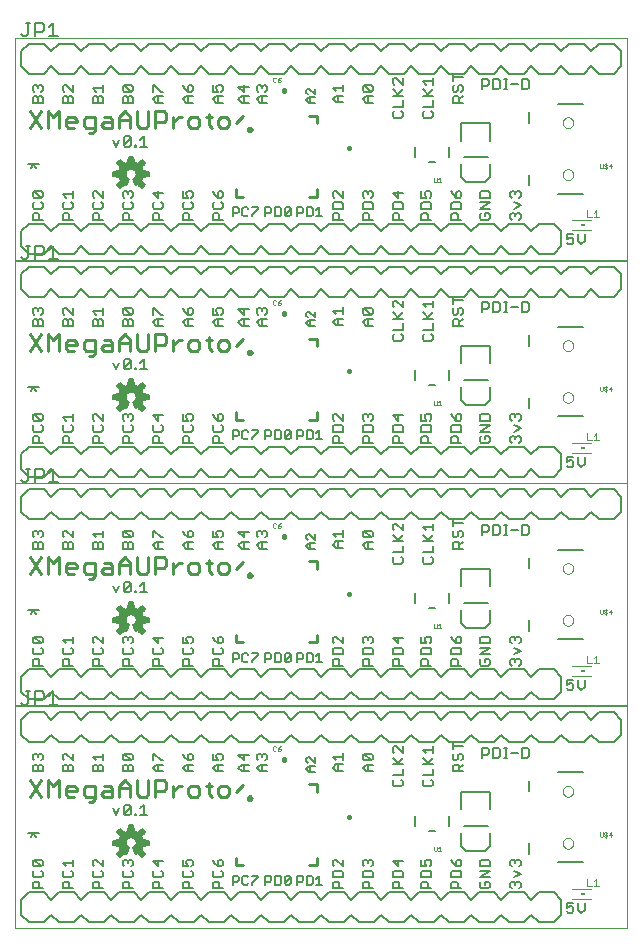
<source format=gto>
G75*
G70*
%OFA0B0*%
%FSLAX25Y25*%
%IPPOS*%
%LPD*%
%AMOC8*
5,1,8,0,0,1.08239X$1,22.5*
%
%ADD11C,0.01600*%
%ADD16C,0.00600*%
%ADD21C,0.01000*%
%ADD25C,0.00000*%
%ADD30C,0.00500*%
%ADD33C,0.00280*%
%ADD38C,0.00200*%
%ADD39C,0.00590*%
%ADD43C,0.00800*%
%ADD47R,0.01570X0.00790*%
%ADD48C,0.00100*%
X0010000Y0010000D02*
G75*
%LPD*%
D25*
X0010000Y0010000D02*
X0010000Y0084000D01*
X0214000Y0084000D01*
X0214000Y0010000D01*
X0010000Y0010000D01*
X0192430Y0038340D02*
X0192450Y0038600D01*
X0192510Y0038860D01*
X0192610Y0039110D01*
X0192740Y0039340D01*
X0192900Y0039540D01*
X0193100Y0039720D01*
X0193320Y0039870D01*
X0193550Y0039990D01*
X0193810Y0040070D01*
X0194070Y0040110D01*
X0194330Y0040110D01*
X0194590Y0040070D01*
X0194850Y0039990D01*
X0195090Y0039870D01*
X0195300Y0039720D01*
X0195500Y0039540D01*
X0195660Y0039340D01*
X0195790Y0039110D01*
X0195890Y0038860D01*
X0195950Y0038600D01*
X0195970Y0038340D01*
X0195950Y0038080D01*
X0195890Y0037820D01*
X0195790Y0037570D01*
X0195660Y0037340D01*
X0195500Y0037140D01*
X0195300Y0036960D01*
X0195080Y0036810D01*
X0194850Y0036690D01*
X0194590Y0036610D01*
X0194330Y0036570D01*
X0194070Y0036570D01*
X0193810Y0036610D01*
X0193550Y0036690D01*
X0193310Y0036810D01*
X0193100Y0036960D01*
X0192900Y0037140D01*
X0192740Y0037340D01*
X0192610Y0037570D01*
X0192510Y0037820D01*
X0192450Y0038080D01*
X0192430Y0038340D01*
X0192430Y0055660D02*
X0192450Y0055920D01*
X0192510Y0056180D01*
X0192610Y0056430D01*
X0192740Y0056660D01*
X0192900Y0056860D01*
X0193100Y0057040D01*
X0193320Y0057190D01*
X0193550Y0057310D01*
X0193810Y0057390D01*
X0194070Y0057430D01*
X0194330Y0057430D01*
X0194590Y0057390D01*
X0194850Y0057310D01*
X0195090Y0057190D01*
X0195300Y0057040D01*
X0195500Y0056860D01*
X0195660Y0056660D01*
X0195790Y0056430D01*
X0195890Y0056180D01*
X0195950Y0055920D01*
X0195970Y0055660D01*
X0195950Y0055400D01*
X0195890Y0055140D01*
X0195790Y0054890D01*
X0195660Y0054660D01*
X0195500Y0054460D01*
X0195300Y0054280D01*
X0195080Y0054130D01*
X0194850Y0054010D01*
X0194590Y0053930D01*
X0194330Y0053890D01*
X0194070Y0053890D01*
X0193810Y0053930D01*
X0193550Y0054010D01*
X0193310Y0054130D01*
X0193100Y0054280D01*
X0192900Y0054460D01*
X0192740Y0054660D01*
X0192610Y0054890D01*
X0192510Y0055140D01*
X0192450Y0055400D01*
X0192430Y0055660D01*
D16*
X0181270Y0067370D02*
X0181270Y0069640D01*
X0180700Y0070200D01*
X0179000Y0070200D01*
X0179000Y0066800D01*
X0180700Y0066800D01*
X0181270Y0067370D01*
X0177590Y0068500D02*
X0175320Y0068500D01*
X0174000Y0066800D02*
X0172860Y0066800D01*
X0173430Y0066800D02*
X0173430Y0070200D01*
X0172860Y0070200D02*
X0174000Y0070200D01*
X0171450Y0069640D02*
X0170880Y0070200D01*
X0169180Y0070200D01*
X0169180Y0066800D01*
X0170880Y0066800D01*
X0171450Y0067370D01*
X0171450Y0069640D01*
X0167760Y0069640D02*
X0167760Y0068500D01*
X0167200Y0067930D01*
X0165500Y0067930D01*
X0165500Y0066800D02*
X0165500Y0070200D01*
X0167200Y0070200D01*
X0167760Y0069640D01*
X0159200Y0070800D02*
X0155790Y0070800D01*
X0155790Y0069670D02*
X0155790Y0071930D01*
X0156360Y0068250D02*
X0155790Y0067680D01*
X0155790Y0066550D01*
X0156360Y0065980D01*
X0156930Y0065980D01*
X0157490Y0066550D01*
X0157490Y0067680D01*
X0158060Y0068250D01*
X0158630Y0068250D01*
X0159200Y0067680D01*
X0159200Y0066550D01*
X0158630Y0065980D01*
X0159200Y0064570D02*
X0158060Y0063430D01*
X0158060Y0064000D02*
X0158060Y0062300D01*
X0159200Y0062300D02*
X0155790Y0062300D01*
X0155790Y0064000D01*
X0156360Y0064570D01*
X0157490Y0064570D01*
X0158060Y0064000D01*
X0149200Y0064670D02*
X0145790Y0064670D01*
X0147490Y0065230D02*
X0149200Y0066930D01*
X0149200Y0068350D02*
X0149200Y0070620D01*
X0149200Y0069480D02*
X0145790Y0069480D01*
X0146930Y0068350D01*
X0145790Y0066930D02*
X0148060Y0064670D01*
X0149200Y0063250D02*
X0149200Y0060980D01*
X0145790Y0060980D01*
X0146360Y0059570D02*
X0145790Y0059000D01*
X0145790Y0057870D01*
X0146360Y0057300D01*
X0148630Y0057300D01*
X0149200Y0057870D01*
X0149200Y0059000D01*
X0148630Y0059570D01*
X0139200Y0059000D02*
X0139200Y0057870D01*
X0138630Y0057300D01*
X0136360Y0057300D01*
X0135790Y0057870D01*
X0135790Y0059000D01*
X0136360Y0059570D01*
X0135790Y0060980D02*
X0139200Y0060980D01*
X0139200Y0063250D01*
X0139200Y0064670D02*
X0135790Y0064670D01*
X0137490Y0065230D02*
X0139200Y0066930D01*
X0139200Y0068350D02*
X0136930Y0070620D01*
X0136360Y0070620D01*
X0135790Y0070050D01*
X0135790Y0068920D01*
X0136360Y0068350D01*
X0135790Y0066930D02*
X0138060Y0064670D01*
X0139200Y0068350D02*
X0139200Y0070620D01*
X0129200Y0067680D02*
X0129200Y0066550D01*
X0128630Y0065980D01*
X0126360Y0068250D01*
X0128630Y0068250D01*
X0129200Y0067680D01*
X0128630Y0065980D02*
X0126360Y0065980D01*
X0125790Y0066550D01*
X0125790Y0067680D01*
X0126360Y0068250D01*
X0119200Y0068350D02*
X0119200Y0066080D01*
X0119200Y0067220D02*
X0115790Y0067220D01*
X0116930Y0066080D01*
X0116930Y0064670D02*
X0119200Y0064670D01*
X0117490Y0064670D02*
X0117490Y0062400D01*
X0116930Y0062400D02*
X0115790Y0063530D01*
X0116930Y0064670D01*
X0116930Y0062400D02*
X0119200Y0062400D01*
X0125790Y0063430D02*
X0126930Y0064570D01*
X0129200Y0064570D01*
X0127490Y0064570D02*
X0127490Y0062300D01*
X0126930Y0062300D02*
X0125790Y0063430D01*
X0126930Y0062300D02*
X0129200Y0062300D01*
X0138630Y0059570D02*
X0139200Y0059000D01*
X0093900Y0062300D02*
X0091630Y0062300D01*
X0090490Y0063430D01*
X0091630Y0064570D01*
X0093900Y0064570D01*
X0093330Y0065980D02*
X0093900Y0066550D01*
X0093900Y0067680D01*
X0093330Y0068250D01*
X0092760Y0068250D01*
X0092190Y0067680D01*
X0092190Y0067120D01*
X0092190Y0067680D02*
X0091630Y0068250D01*
X0091060Y0068250D01*
X0090490Y0067680D01*
X0090490Y0066550D01*
X0091060Y0065980D01*
X0092190Y0064570D02*
X0092190Y0062300D01*
X0087800Y0062300D02*
X0085530Y0062300D01*
X0084390Y0063430D01*
X0085530Y0064570D01*
X0087800Y0064570D01*
X0086090Y0064570D02*
X0086090Y0062300D01*
X0086090Y0065980D02*
X0086090Y0068250D01*
X0084390Y0067680D02*
X0086090Y0065980D01*
X0084390Y0067680D02*
X0087800Y0067680D01*
X0079200Y0067680D02*
X0079200Y0066550D01*
X0078630Y0065980D01*
X0077490Y0065980D02*
X0076930Y0067120D01*
X0076930Y0067680D01*
X0077490Y0068250D01*
X0078630Y0068250D01*
X0079200Y0067680D01*
X0075790Y0068250D02*
X0075790Y0065980D01*
X0077490Y0065980D01*
X0077490Y0064570D02*
X0077490Y0062300D01*
X0076930Y0062300D02*
X0075790Y0063430D01*
X0076930Y0064570D01*
X0079200Y0064570D01*
X0079200Y0062300D02*
X0076930Y0062300D01*
X0069200Y0062300D02*
X0066930Y0062300D01*
X0065790Y0063430D01*
X0066930Y0064570D01*
X0069200Y0064570D01*
X0068630Y0065980D02*
X0067490Y0065980D01*
X0067490Y0067680D01*
X0068060Y0068250D01*
X0068630Y0068250D01*
X0069200Y0067680D01*
X0069200Y0066550D01*
X0068630Y0065980D01*
X0067490Y0065980D02*
X0066360Y0067120D01*
X0065790Y0068250D01*
X0067490Y0064570D02*
X0067490Y0062300D01*
X0059200Y0062300D02*
X0056930Y0062300D01*
X0055790Y0063430D01*
X0056930Y0064570D01*
X0059200Y0064570D01*
X0059200Y0065980D02*
X0058630Y0065980D01*
X0056360Y0068250D01*
X0055790Y0068250D01*
X0055790Y0065980D01*
X0057490Y0064570D02*
X0057490Y0062300D01*
X0049200Y0062300D02*
X0049200Y0064000D01*
X0048630Y0064570D01*
X0048060Y0064570D01*
X0047490Y0064000D01*
X0047490Y0062300D01*
X0045790Y0062300D02*
X0045790Y0064000D01*
X0046360Y0064570D01*
X0046930Y0064570D01*
X0047490Y0064000D01*
X0045790Y0062300D02*
X0049200Y0062300D01*
X0048630Y0065980D02*
X0046360Y0068250D01*
X0048630Y0068250D01*
X0049200Y0067680D01*
X0049200Y0066550D01*
X0048630Y0065980D01*
X0046360Y0065980D01*
X0045790Y0066550D01*
X0045790Y0067680D01*
X0046360Y0068250D01*
X0039200Y0068250D02*
X0039200Y0065980D01*
X0039200Y0067120D02*
X0035790Y0067120D01*
X0036930Y0065980D01*
X0036930Y0064570D02*
X0036360Y0064570D01*
X0035790Y0064000D01*
X0035790Y0062300D01*
X0039200Y0062300D01*
X0039200Y0064000D01*
X0038630Y0064570D01*
X0038060Y0064570D01*
X0037490Y0064000D01*
X0037490Y0062300D01*
X0037490Y0064000D02*
X0036930Y0064570D01*
X0029200Y0064000D02*
X0029200Y0062300D01*
X0025790Y0062300D01*
X0025790Y0064000D01*
X0026360Y0064570D01*
X0026930Y0064570D01*
X0027490Y0064000D01*
X0027490Y0062300D01*
X0027490Y0064000D02*
X0028060Y0064570D01*
X0028630Y0064570D01*
X0029200Y0064000D01*
X0029200Y0065980D02*
X0026930Y0068250D01*
X0026360Y0068250D01*
X0025790Y0067680D01*
X0025790Y0066550D01*
X0026360Y0065980D01*
X0029200Y0065980D02*
X0029200Y0068250D01*
X0019200Y0067680D02*
X0019200Y0066550D01*
X0018630Y0065980D01*
X0018630Y0064570D02*
X0019200Y0064000D01*
X0019200Y0062300D01*
X0015790Y0062300D01*
X0015790Y0064000D01*
X0016360Y0064570D01*
X0016930Y0064570D01*
X0017490Y0064000D01*
X0017490Y0062300D01*
X0017490Y0064000D02*
X0018060Y0064570D01*
X0018630Y0064570D01*
X0016360Y0065980D02*
X0015790Y0066550D01*
X0015790Y0067680D01*
X0016360Y0068250D01*
X0016930Y0068250D01*
X0017490Y0067680D01*
X0018060Y0068250D01*
X0018630Y0068250D01*
X0019200Y0067680D01*
X0017490Y0067680D02*
X0017490Y0067120D01*
X0046130Y0050540D02*
X0046700Y0051100D01*
X0047830Y0051100D01*
X0048400Y0050540D01*
X0046130Y0048270D01*
X0046700Y0047700D01*
X0047830Y0047700D01*
X0048400Y0048270D01*
X0048400Y0050540D01*
X0046130Y0050540D02*
X0046130Y0048270D01*
X0044720Y0049970D02*
X0043580Y0047700D01*
X0042450Y0049970D01*
X0049820Y0048270D02*
X0049820Y0047700D01*
X0050380Y0047700D01*
X0050380Y0048270D01*
X0049820Y0048270D01*
X0051660Y0047700D02*
X0053930Y0047700D01*
X0052790Y0047700D02*
X0052790Y0051100D01*
X0051660Y0049970D01*
X0048630Y0032930D02*
X0049200Y0032370D01*
X0049200Y0031230D01*
X0048630Y0030670D01*
X0048630Y0029250D02*
X0049200Y0028680D01*
X0049200Y0027550D01*
X0048630Y0026980D01*
X0046360Y0026980D01*
X0045790Y0027550D01*
X0045790Y0028680D01*
X0046360Y0029250D01*
X0046360Y0030670D02*
X0045790Y0031230D01*
X0045790Y0032370D01*
X0046360Y0032930D01*
X0046930Y0032930D01*
X0047490Y0032370D01*
X0048060Y0032930D01*
X0048630Y0032930D01*
X0047490Y0032370D02*
X0047490Y0031800D01*
X0055790Y0032370D02*
X0057490Y0030670D01*
X0057490Y0032930D01*
X0055790Y0032370D02*
X0059200Y0032370D01*
X0058630Y0029250D02*
X0059200Y0028680D01*
X0059200Y0027550D01*
X0058630Y0026980D01*
X0056360Y0026980D01*
X0055790Y0027550D01*
X0055790Y0028680D01*
X0056360Y0029250D01*
X0056360Y0025570D02*
X0055790Y0025000D01*
X0055790Y0023300D01*
X0059200Y0023300D01*
X0058060Y0023300D02*
X0058060Y0025000D01*
X0057490Y0025570D01*
X0056360Y0025570D01*
X0049200Y0023300D02*
X0045790Y0023300D01*
X0045790Y0025000D01*
X0046360Y0025570D01*
X0047490Y0025570D01*
X0048060Y0025000D01*
X0048060Y0023300D01*
X0039200Y0023300D02*
X0035790Y0023300D01*
X0035790Y0025000D01*
X0036360Y0025570D01*
X0037490Y0025570D01*
X0038060Y0025000D01*
X0038060Y0023300D01*
X0038630Y0026980D02*
X0036360Y0026980D01*
X0035790Y0027550D01*
X0035790Y0028680D01*
X0036360Y0029250D01*
X0036360Y0030670D02*
X0035790Y0031230D01*
X0035790Y0032370D01*
X0036360Y0032930D01*
X0036930Y0032930D01*
X0039200Y0030670D01*
X0039200Y0032930D01*
X0038630Y0029250D02*
X0039200Y0028680D01*
X0039200Y0027550D01*
X0038630Y0026980D01*
X0029200Y0027550D02*
X0029200Y0028680D01*
X0028630Y0029250D01*
X0029200Y0030670D02*
X0029200Y0032930D01*
X0029200Y0031800D02*
X0025790Y0031800D01*
X0026930Y0030670D01*
X0026360Y0029250D02*
X0025790Y0028680D01*
X0025790Y0027550D01*
X0026360Y0026980D01*
X0028630Y0026980D01*
X0029200Y0027550D01*
X0027490Y0025570D02*
X0026360Y0025570D01*
X0025790Y0025000D01*
X0025790Y0023300D01*
X0029200Y0023300D01*
X0028060Y0023300D02*
X0028060Y0025000D01*
X0027490Y0025570D01*
X0019200Y0027550D02*
X0019200Y0028680D01*
X0018630Y0029250D01*
X0018630Y0030670D02*
X0016360Y0030670D01*
X0015790Y0031230D01*
X0015790Y0032370D01*
X0016360Y0032930D01*
X0018630Y0030670D01*
X0019200Y0031230D01*
X0019200Y0032370D01*
X0018630Y0032930D01*
X0016360Y0032930D01*
X0016360Y0029250D02*
X0015790Y0028680D01*
X0015790Y0027550D01*
X0016360Y0026980D01*
X0018630Y0026980D01*
X0019200Y0027550D01*
X0017490Y0025570D02*
X0016360Y0025570D01*
X0015790Y0025000D01*
X0015790Y0023300D01*
X0019200Y0023300D01*
X0018060Y0023300D02*
X0018060Y0025000D01*
X0017490Y0025570D01*
X0065790Y0025000D02*
X0065790Y0023300D01*
X0069200Y0023300D01*
X0068060Y0023300D02*
X0068060Y0025000D01*
X0067490Y0025570D01*
X0066360Y0025570D01*
X0065790Y0025000D01*
X0066360Y0026980D02*
X0068630Y0026980D01*
X0069200Y0027550D01*
X0069200Y0028680D01*
X0068630Y0029250D01*
X0068630Y0030670D02*
X0069200Y0031230D01*
X0069200Y0032370D01*
X0068630Y0032930D01*
X0067490Y0032930D01*
X0066930Y0032370D01*
X0066930Y0031800D01*
X0067490Y0030670D01*
X0065790Y0030670D01*
X0065790Y0032930D01*
X0066360Y0029250D02*
X0065790Y0028680D01*
X0065790Y0027550D01*
X0066360Y0026980D01*
X0075790Y0027550D02*
X0076360Y0026980D01*
X0078630Y0026980D01*
X0079200Y0027550D01*
X0079200Y0028680D01*
X0078630Y0029250D01*
X0078630Y0030670D02*
X0077490Y0030670D01*
X0077490Y0032370D01*
X0078060Y0032930D01*
X0078630Y0032930D01*
X0079200Y0032370D01*
X0079200Y0031230D01*
X0078630Y0030670D01*
X0077490Y0030670D02*
X0076360Y0031800D01*
X0075790Y0032930D01*
X0076360Y0029250D02*
X0075790Y0028680D01*
X0075790Y0027550D01*
X0076360Y0025570D02*
X0077490Y0025570D01*
X0078060Y0025000D01*
X0078060Y0023300D01*
X0079200Y0023300D02*
X0075790Y0023300D01*
X0075790Y0025000D01*
X0076360Y0025570D01*
X0115790Y0025000D02*
X0115790Y0023300D01*
X0119200Y0023300D01*
X0118060Y0023300D02*
X0118060Y0025000D01*
X0117490Y0025570D01*
X0116360Y0025570D01*
X0115790Y0025000D01*
X0115790Y0026980D02*
X0115790Y0028680D01*
X0116360Y0029250D01*
X0118630Y0029250D01*
X0119200Y0028680D01*
X0119200Y0026980D01*
X0115790Y0026980D01*
X0116360Y0030670D02*
X0115790Y0031230D01*
X0115790Y0032370D01*
X0116360Y0032930D01*
X0116930Y0032930D01*
X0119200Y0030670D01*
X0119200Y0032930D01*
X0125790Y0032370D02*
X0125790Y0031230D01*
X0126360Y0030670D01*
X0126360Y0029250D02*
X0125790Y0028680D01*
X0125790Y0026980D01*
X0129200Y0026980D01*
X0129200Y0028680D01*
X0128630Y0029250D01*
X0126360Y0029250D01*
X0128630Y0030670D02*
X0129200Y0031230D01*
X0129200Y0032370D01*
X0128630Y0032930D01*
X0128060Y0032930D01*
X0127490Y0032370D01*
X0127490Y0031800D01*
X0127490Y0032370D02*
X0126930Y0032930D01*
X0126360Y0032930D01*
X0125790Y0032370D01*
X0135790Y0032370D02*
X0137490Y0030670D01*
X0137490Y0032930D01*
X0135790Y0032370D02*
X0139200Y0032370D01*
X0138630Y0029250D02*
X0136360Y0029250D01*
X0135790Y0028680D01*
X0135790Y0026980D01*
X0139200Y0026980D01*
X0139200Y0028680D01*
X0138630Y0029250D01*
X0145290Y0028680D02*
X0145290Y0026980D01*
X0148700Y0026980D01*
X0148700Y0028680D01*
X0148130Y0029250D01*
X0145860Y0029250D01*
X0145290Y0028680D01*
X0145290Y0030670D02*
X0146990Y0030670D01*
X0146430Y0031800D01*
X0146430Y0032370D01*
X0146990Y0032930D01*
X0148130Y0032930D01*
X0148700Y0032370D01*
X0148700Y0031230D01*
X0148130Y0030670D01*
X0145290Y0030670D02*
X0145290Y0032930D01*
X0155290Y0032930D02*
X0155860Y0031800D01*
X0156990Y0030670D01*
X0156990Y0032370D01*
X0157560Y0032930D01*
X0158130Y0032930D01*
X0158700Y0032370D01*
X0158700Y0031230D01*
X0158130Y0030670D01*
X0156990Y0030670D01*
X0155860Y0029250D02*
X0155290Y0028680D01*
X0155290Y0026980D01*
X0158700Y0026980D01*
X0158700Y0028680D01*
X0158130Y0029250D01*
X0155860Y0029250D01*
X0164790Y0029250D02*
X0168200Y0029250D01*
X0164790Y0026980D01*
X0168200Y0026980D01*
X0167630Y0025570D02*
X0166490Y0025570D01*
X0166490Y0024430D01*
X0165360Y0023300D02*
X0167630Y0023300D01*
X0168200Y0023870D01*
X0168200Y0025000D01*
X0167630Y0025570D01*
X0165360Y0025570D02*
X0164790Y0025000D01*
X0164790Y0023870D01*
X0165360Y0023300D01*
X0158700Y0023300D02*
X0155290Y0023300D01*
X0155290Y0025000D01*
X0155860Y0025570D01*
X0156990Y0025570D01*
X0157560Y0025000D01*
X0157560Y0023300D01*
X0148700Y0023300D02*
X0145290Y0023300D01*
X0145290Y0025000D01*
X0145860Y0025570D01*
X0146990Y0025570D01*
X0147560Y0025000D01*
X0147560Y0023300D01*
X0139200Y0023300D02*
X0135790Y0023300D01*
X0135790Y0025000D01*
X0136360Y0025570D01*
X0137490Y0025570D01*
X0138060Y0025000D01*
X0138060Y0023300D01*
X0129200Y0023300D02*
X0125790Y0023300D01*
X0125790Y0025000D01*
X0126360Y0025570D01*
X0127490Y0025570D01*
X0128060Y0025000D01*
X0128060Y0023300D01*
X0164790Y0030670D02*
X0164790Y0032370D01*
X0165360Y0032930D01*
X0167630Y0032930D01*
X0168200Y0032370D01*
X0168200Y0030670D01*
X0164790Y0030670D01*
X0174990Y0031230D02*
X0174990Y0032370D01*
X0175560Y0032930D01*
X0176130Y0032930D01*
X0176690Y0032370D01*
X0177260Y0032930D01*
X0177830Y0032930D01*
X0178400Y0032370D01*
X0178400Y0031230D01*
X0177830Y0030670D01*
X0176690Y0031800D02*
X0176690Y0032370D01*
X0175560Y0030670D02*
X0174990Y0031230D01*
X0176130Y0029250D02*
X0178400Y0028120D01*
X0176130Y0026980D01*
X0176130Y0025570D02*
X0176690Y0025000D01*
X0177260Y0025570D01*
X0177830Y0025570D01*
X0178400Y0025000D01*
X0178400Y0023870D01*
X0177830Y0023300D01*
X0176690Y0024430D02*
X0176690Y0025000D01*
X0176130Y0025570D02*
X0175560Y0025570D01*
X0174990Y0025000D01*
X0174990Y0023870D01*
X0175560Y0023300D01*
X0193800Y0018500D02*
X0193800Y0016800D01*
X0194930Y0017370D01*
X0195500Y0017370D01*
X0196060Y0016800D01*
X0196060Y0015670D01*
X0195500Y0015100D01*
X0194360Y0015100D01*
X0193800Y0015670D01*
X0197480Y0016230D02*
X0198610Y0015100D01*
X0199750Y0016230D01*
X0199750Y0018500D01*
X0197480Y0018500D02*
X0197480Y0016230D01*
X0196060Y0018500D02*
X0193800Y0018500D01*
D30*
X0167410Y0044270D02*
X0159410Y0044270D01*
X0112390Y0024450D02*
X0110390Y0024450D01*
X0111390Y0024450D02*
X0111390Y0027450D01*
X0110390Y0026450D01*
X0109170Y0026950D02*
X0109170Y0024950D01*
X0108670Y0024450D01*
X0107170Y0024450D01*
X0107170Y0027450D01*
X0108670Y0027450D01*
X0109170Y0026950D01*
X0105950Y0026950D02*
X0105950Y0025950D01*
X0105450Y0025450D01*
X0103950Y0025450D01*
X0103950Y0024450D02*
X0103950Y0027450D01*
X0105450Y0027450D01*
X0105950Y0026950D01*
X0101790Y0026950D02*
X0099790Y0024950D01*
X0100290Y0024450D01*
X0101290Y0024450D01*
X0101790Y0024950D01*
X0101790Y0026950D01*
X0101290Y0027450D01*
X0100290Y0027450D01*
X0099790Y0026950D01*
X0099790Y0024950D01*
X0098570Y0024950D02*
X0098070Y0024450D01*
X0096570Y0024450D01*
X0096570Y0027450D01*
X0098070Y0027450D01*
X0098570Y0026950D01*
X0098570Y0024950D01*
X0095350Y0025950D02*
X0094850Y0025450D01*
X0093350Y0025450D01*
X0093350Y0024450D02*
X0093350Y0027450D01*
X0094850Y0027450D01*
X0095350Y0026950D01*
X0095350Y0025950D01*
X0090890Y0026950D02*
X0088890Y0024950D01*
X0088890Y0024450D01*
X0087670Y0024950D02*
X0087170Y0024450D01*
X0086170Y0024450D01*
X0085670Y0024950D01*
X0085670Y0026950D01*
X0086170Y0027450D01*
X0087170Y0027450D01*
X0087670Y0026950D01*
X0088890Y0027450D02*
X0090890Y0027450D01*
X0090890Y0026950D01*
X0084450Y0026950D02*
X0084450Y0025950D01*
X0083950Y0025450D01*
X0082450Y0025450D01*
X0082450Y0024450D02*
X0082450Y0027450D01*
X0083950Y0027450D01*
X0084450Y0026950D01*
X0107940Y0062250D02*
X0107040Y0063150D01*
X0107940Y0064050D01*
X0109750Y0064050D01*
X0109750Y0065200D02*
X0107940Y0067000D01*
X0107490Y0067000D01*
X0107040Y0066550D01*
X0107040Y0065650D01*
X0107490Y0065200D01*
X0108390Y0064050D02*
X0108390Y0062250D01*
X0107940Y0062250D02*
X0109750Y0062250D01*
X0109750Y0065200D02*
X0109750Y0067000D01*
X0024160Y0084450D02*
X0021150Y0084450D01*
X0022650Y0084450D02*
X0022650Y0088950D01*
X0021150Y0087450D01*
X0019550Y0086700D02*
X0018800Y0085950D01*
X0016550Y0085950D01*
X0016550Y0084450D02*
X0016550Y0088950D01*
X0018800Y0088950D01*
X0019550Y0088200D01*
X0019550Y0086700D01*
X0014950Y0088950D02*
X0013450Y0088950D01*
X0014200Y0088950D02*
X0014200Y0085200D01*
X0013450Y0084450D01*
X0012700Y0084450D01*
X0011950Y0085200D01*
D21*
X0014780Y0059400D02*
X0018450Y0053900D01*
X0020770Y0053900D02*
X0020770Y0059400D01*
X0022600Y0057570D01*
X0024440Y0059400D01*
X0024440Y0053900D01*
X0026750Y0054820D02*
X0026750Y0056650D01*
X0027670Y0057570D01*
X0029500Y0057570D01*
X0030420Y0056650D01*
X0030420Y0055730D01*
X0026750Y0055730D01*
X0026750Y0054820D02*
X0027670Y0053900D01*
X0029500Y0053900D01*
X0032740Y0054820D02*
X0033650Y0053900D01*
X0036410Y0053900D01*
X0036410Y0052980D02*
X0036410Y0057570D01*
X0033650Y0057570D01*
X0032740Y0056650D01*
X0032740Y0054820D01*
X0035490Y0052070D02*
X0036410Y0052980D01*
X0035490Y0052070D02*
X0034570Y0052070D01*
X0038720Y0054820D02*
X0039640Y0053900D01*
X0042390Y0053900D01*
X0042390Y0056650D01*
X0041470Y0057570D01*
X0039640Y0057570D01*
X0039640Y0055730D02*
X0042390Y0055730D01*
X0044710Y0056650D02*
X0048380Y0056650D01*
X0048380Y0057570D02*
X0048380Y0053900D01*
X0050690Y0054820D02*
X0051610Y0053900D01*
X0053440Y0053900D01*
X0054360Y0054820D01*
X0054360Y0059400D01*
X0056680Y0059400D02*
X0059430Y0059400D01*
X0060350Y0058490D01*
X0060350Y0056650D01*
X0059430Y0055730D01*
X0056680Y0055730D01*
X0056680Y0053900D02*
X0056680Y0059400D01*
X0062660Y0057570D02*
X0062660Y0053900D01*
X0062660Y0055730D02*
X0064500Y0057570D01*
X0065410Y0057570D01*
X0067650Y0056650D02*
X0067650Y0054820D01*
X0068570Y0053900D01*
X0070400Y0053900D01*
X0071320Y0054820D01*
X0071320Y0056650D01*
X0070400Y0057570D01*
X0068570Y0057570D01*
X0067650Y0056650D01*
X0073630Y0057570D02*
X0075470Y0057570D01*
X0074550Y0058490D02*
X0074550Y0054820D01*
X0075470Y0053900D01*
X0077620Y0054820D02*
X0078540Y0053900D01*
X0080380Y0053900D01*
X0081290Y0054820D01*
X0081290Y0056650D01*
X0080380Y0057570D01*
X0078540Y0057570D01*
X0077620Y0056650D01*
X0077620Y0054820D01*
X0083610Y0055520D02*
X0085970Y0057890D01*
X0087520Y0053360D02*
X0087540Y0053510D01*
X0087600Y0053660D01*
X0087690Y0053780D01*
X0087810Y0053880D01*
X0087950Y0053950D01*
X0088100Y0053980D01*
X0088260Y0053970D01*
X0088400Y0053920D01*
X0088540Y0053840D01*
X0088640Y0053720D01*
X0088720Y0053590D01*
X0088760Y0053440D01*
X0088760Y0053280D01*
X0088720Y0053130D01*
X0088640Y0053000D01*
X0088540Y0052880D01*
X0088400Y0052800D01*
X0088260Y0052750D01*
X0088100Y0052740D01*
X0087950Y0052770D01*
X0087810Y0052840D01*
X0087690Y0052940D01*
X0087600Y0053060D01*
X0087540Y0053210D01*
X0087520Y0053360D01*
X0108000Y0058000D02*
X0110500Y0058000D01*
X0110500Y0055500D01*
X0110500Y0033500D02*
X0110500Y0031000D01*
X0108000Y0031000D01*
X0086000Y0031000D02*
X0083500Y0031000D01*
X0083500Y0033500D01*
X0044710Y0053900D02*
X0044710Y0057570D01*
X0046540Y0059400D01*
X0048380Y0057570D01*
X0050690Y0059400D02*
X0050690Y0054820D01*
X0039640Y0055730D02*
X0038720Y0054820D01*
X0018450Y0059400D02*
X0014780Y0053900D01*
D43*
X0014180Y0041770D02*
X0016000Y0041770D01*
X0016920Y0040550D01*
X0017810Y0041770D02*
X0016000Y0041770D01*
X0015900Y0041710D02*
X0015140Y0040550D01*
X0014500Y0022000D02*
X0012000Y0019500D01*
X0012000Y0014500D01*
X0014500Y0012000D01*
X0019500Y0012000D01*
X0022000Y0014500D01*
X0024500Y0012000D01*
X0029500Y0012000D01*
X0032000Y0014500D01*
X0034500Y0012000D01*
X0039500Y0012000D01*
X0042000Y0014500D01*
X0044500Y0012000D01*
X0049500Y0012000D01*
X0052000Y0014500D01*
X0054500Y0012000D01*
X0059500Y0012000D01*
X0062000Y0014500D01*
X0064500Y0012000D01*
X0069500Y0012000D01*
X0072000Y0014500D01*
X0074500Y0012000D01*
X0079500Y0012000D01*
X0082000Y0014500D01*
X0084500Y0012000D01*
X0089500Y0012000D01*
X0092000Y0014500D01*
X0094500Y0012000D01*
X0099500Y0012000D01*
X0102000Y0014500D01*
X0104500Y0012000D01*
X0109500Y0012000D01*
X0112000Y0014500D01*
X0114500Y0012000D01*
X0119500Y0012000D01*
X0122000Y0014500D01*
X0124500Y0012000D01*
X0129500Y0012000D01*
X0132000Y0014500D01*
X0134500Y0012000D01*
X0139500Y0012000D01*
X0142000Y0014500D01*
X0144500Y0012000D01*
X0149500Y0012000D01*
X0152000Y0014500D01*
X0154500Y0012000D01*
X0159500Y0012000D01*
X0162000Y0014500D01*
X0164500Y0012000D01*
X0169500Y0012000D01*
X0172000Y0014500D01*
X0174500Y0012000D01*
X0179500Y0012000D01*
X0182000Y0014500D01*
X0184500Y0012000D01*
X0189500Y0012000D01*
X0192000Y0014500D01*
X0192000Y0019500D01*
X0189500Y0022000D01*
X0184500Y0022000D01*
X0182000Y0019500D01*
X0179500Y0022000D01*
X0174500Y0022000D01*
X0172000Y0019500D01*
X0169500Y0022000D01*
X0164500Y0022000D01*
X0162000Y0019500D01*
X0159500Y0022000D01*
X0154500Y0022000D01*
X0152000Y0019500D01*
X0149500Y0022000D01*
X0144500Y0022000D01*
X0142000Y0019500D01*
X0139500Y0022000D01*
X0134500Y0022000D01*
X0132000Y0019500D01*
X0129500Y0022000D01*
X0124500Y0022000D01*
X0122000Y0019500D01*
X0119500Y0022000D01*
X0114500Y0022000D01*
X0112000Y0019500D01*
X0109500Y0022000D01*
X0104500Y0022000D01*
X0102000Y0019500D01*
X0099500Y0022000D01*
X0094500Y0022000D01*
X0092000Y0019500D01*
X0089500Y0022000D01*
X0084500Y0022000D01*
X0082000Y0019500D01*
X0079500Y0022000D01*
X0074500Y0022000D01*
X0072000Y0019500D01*
X0069500Y0022000D01*
X0064500Y0022000D01*
X0062000Y0019500D01*
X0059500Y0022000D01*
X0054500Y0022000D01*
X0052000Y0019500D01*
X0049500Y0022000D01*
X0044500Y0022000D01*
X0042000Y0019500D01*
X0039500Y0022000D01*
X0034500Y0022000D01*
X0032000Y0019500D01*
X0029500Y0022000D01*
X0024500Y0022000D01*
X0022000Y0019500D01*
X0019500Y0022000D01*
X0014500Y0022000D01*
X0014500Y0072000D02*
X0019500Y0072000D01*
X0022000Y0074500D01*
X0024500Y0072000D01*
X0029500Y0072000D01*
X0032000Y0074500D01*
X0034500Y0072000D01*
X0039500Y0072000D01*
X0042000Y0074500D01*
X0044500Y0072000D01*
X0049500Y0072000D01*
X0052000Y0074500D01*
X0054500Y0072000D01*
X0059500Y0072000D01*
X0062000Y0074500D01*
X0064500Y0072000D01*
X0069500Y0072000D01*
X0072000Y0074500D01*
X0074500Y0072000D01*
X0079500Y0072000D01*
X0082000Y0074500D01*
X0084500Y0072000D01*
X0089500Y0072000D01*
X0092000Y0074500D01*
X0094500Y0072000D01*
X0099500Y0072000D01*
X0102000Y0074500D01*
X0104500Y0072000D01*
X0109500Y0072000D01*
X0112000Y0074500D01*
X0114500Y0072000D01*
X0119500Y0072000D01*
X0122000Y0074500D01*
X0124500Y0072000D01*
X0129500Y0072000D01*
X0132000Y0074500D01*
X0134500Y0072000D01*
X0139500Y0072000D01*
X0142000Y0074500D01*
X0144500Y0072000D01*
X0149500Y0072000D01*
X0152000Y0074500D01*
X0154500Y0072000D01*
X0159500Y0072000D01*
X0162000Y0074500D01*
X0164500Y0072000D01*
X0169500Y0072000D01*
X0172000Y0074500D01*
X0174500Y0072000D01*
X0179500Y0072000D01*
X0182000Y0074500D01*
X0184500Y0072000D01*
X0189500Y0072000D01*
X0192000Y0074500D01*
X0194500Y0072000D01*
X0199500Y0072000D01*
X0202000Y0074500D01*
X0204500Y0072000D01*
X0209500Y0072000D01*
X0212000Y0074500D01*
X0212000Y0079500D01*
X0209500Y0082000D01*
X0204500Y0082000D01*
X0202000Y0079500D01*
X0199500Y0082000D01*
X0194500Y0082000D01*
X0192000Y0079500D01*
X0189500Y0082000D01*
X0184500Y0082000D01*
X0182000Y0079500D01*
X0179500Y0082000D01*
X0174500Y0082000D01*
X0172000Y0079500D01*
X0169500Y0082000D01*
X0164500Y0082000D01*
X0162000Y0079500D01*
X0159500Y0082000D01*
X0154500Y0082000D01*
X0152000Y0079500D01*
X0149500Y0082000D01*
X0144500Y0082000D01*
X0142000Y0079500D01*
X0139500Y0082000D01*
X0134500Y0082000D01*
X0132000Y0079500D01*
X0129500Y0082000D01*
X0124500Y0082000D01*
X0122000Y0079500D01*
X0119500Y0082000D01*
X0114500Y0082000D01*
X0112000Y0079500D01*
X0109500Y0082000D01*
X0104500Y0082000D01*
X0102000Y0079500D01*
X0099500Y0082000D01*
X0094500Y0082000D01*
X0092000Y0079500D01*
X0089500Y0082000D01*
X0084500Y0082000D01*
X0082000Y0079500D01*
X0079500Y0082000D01*
X0074500Y0082000D01*
X0072000Y0079500D01*
X0069500Y0082000D01*
X0064500Y0082000D01*
X0062000Y0079500D01*
X0059500Y0082000D01*
X0054500Y0082000D01*
X0052000Y0079500D01*
X0049500Y0082000D01*
X0044500Y0082000D01*
X0042000Y0079500D01*
X0039500Y0082000D01*
X0034500Y0082000D01*
X0032000Y0079500D01*
X0029500Y0082000D01*
X0024500Y0082000D01*
X0022000Y0079500D01*
X0019500Y0082000D01*
X0014500Y0082000D01*
X0012000Y0079500D01*
X0012000Y0074500D01*
X0014500Y0072000D01*
X0143310Y0047460D02*
X0143310Y0044070D01*
X0147850Y0042570D02*
X0149960Y0042570D01*
X0154510Y0044070D02*
X0154510Y0047460D01*
X0158680Y0049700D02*
X0158680Y0055610D01*
X0168130Y0055610D01*
X0168130Y0049700D01*
X0181200Y0055660D02*
X0181200Y0059200D01*
X0191050Y0061960D02*
X0199310Y0061960D01*
X0168130Y0041830D02*
X0168130Y0037500D01*
X0166560Y0035920D01*
X0160260Y0035920D01*
X0158680Y0037500D01*
X0158680Y0041830D01*
X0181200Y0038340D02*
X0181200Y0034800D01*
X0191050Y0032040D02*
X0199310Y0032040D01*
D33*
X0201940Y0023070D02*
X0195650Y0023070D01*
X0195650Y0019930D02*
X0201940Y0019930D01*
D38*
X0202190Y0024200D02*
X0200730Y0024200D01*
X0200730Y0026400D01*
X0202940Y0025670D02*
X0203670Y0026400D01*
X0203670Y0024200D01*
X0202940Y0024200D02*
X0204400Y0024200D01*
D47*
X0199190Y0021500D03*
D48*
X0205080Y0040450D02*
X0205580Y0040450D01*
X0205830Y0040700D01*
X0205830Y0041950D01*
X0206300Y0041700D02*
X0206550Y0041950D01*
X0207050Y0041950D01*
X0207300Y0041700D01*
X0207050Y0041200D02*
X0206550Y0041200D01*
X0206300Y0041450D01*
X0206300Y0041700D01*
X0206800Y0042200D02*
X0206800Y0040200D01*
X0207050Y0040450D02*
X0207300Y0040700D01*
X0207300Y0040950D01*
X0207050Y0041200D01*
X0207770Y0041200D02*
X0208770Y0041200D01*
X0208520Y0040450D02*
X0208520Y0041950D01*
X0207770Y0041200D01*
X0207050Y0040450D02*
X0206550Y0040450D01*
X0206300Y0040700D01*
X0205080Y0040450D02*
X0204830Y0040700D01*
X0204830Y0041950D01*
X0151990Y0035720D02*
X0150980Y0035720D01*
X0151480Y0035720D02*
X0151480Y0037220D01*
X0150980Y0036720D01*
X0150510Y0037220D02*
X0150510Y0035970D01*
X0150260Y0035720D01*
X0149760Y0035720D01*
X0149510Y0035970D01*
X0149510Y0037220D01*
X0098430Y0069430D02*
X0098430Y0069680D01*
X0098180Y0069930D01*
X0097430Y0069930D01*
X0097430Y0069430D01*
X0097680Y0069170D01*
X0098180Y0069170D01*
X0098430Y0069430D01*
X0097930Y0070430D02*
X0097430Y0069930D01*
X0096960Y0070430D02*
X0096710Y0070680D01*
X0096210Y0070680D01*
X0095960Y0070430D01*
X0095960Y0069430D01*
X0096210Y0069170D01*
X0096710Y0069170D01*
X0096960Y0069430D01*
X0097930Y0070430D02*
X0098430Y0070680D01*
D39*
X0049310Y0044360D02*
X0047880Y0044360D01*
X0047680Y0042460D01*
X0047040Y0042250D01*
X0046440Y0041940D01*
X0044960Y0043150D01*
X0043940Y0042140D01*
X0045150Y0040650D01*
X0044840Y0040050D01*
X0044640Y0039410D01*
X0042730Y0039220D01*
X0042730Y0037780D01*
X0044640Y0037590D01*
X0044840Y0036950D01*
X0045150Y0036350D01*
X0043940Y0034860D01*
X0044960Y0033850D01*
X0046440Y0035060D01*
X0047040Y0034750D01*
X0047890Y0036790D01*
X0047510Y0037010D01*
X0047190Y0037300D01*
X0046950Y0037660D01*
X0046800Y0038070D01*
X0046750Y0038500D01*
X0046800Y0038940D01*
X0046960Y0039350D01*
X0047210Y0039720D01*
X0047540Y0040010D01*
X0047930Y0040220D01*
X0048350Y0040330D01*
X0048800Y0040330D01*
X0049230Y0040230D01*
X0049620Y0040030D01*
X0049960Y0039750D01*
X0050210Y0039390D01*
X0050380Y0038980D01*
X0050440Y0038540D01*
X0050400Y0038100D01*
X0050250Y0037680D01*
X0050010Y0037310D01*
X0049690Y0037010D01*
X0049300Y0036790D01*
X0050150Y0034750D01*
X0050750Y0035060D01*
X0052230Y0033850D01*
X0053250Y0034860D01*
X0052040Y0036350D01*
X0052350Y0036950D01*
X0052550Y0037590D01*
X0054460Y0037780D01*
X0054460Y0039220D01*
X0052550Y0039410D01*
X0052350Y0040050D01*
X0052040Y0040650D01*
X0053250Y0042140D01*
X0052230Y0043150D01*
X0050750Y0041940D01*
X0050150Y0042250D01*
X0049510Y0042460D01*
X0049310Y0044360D01*
X0049370Y0043840D02*
X0047820Y0043840D01*
X0047760Y0043260D02*
X0049430Y0043260D01*
X0049490Y0042680D02*
X0047700Y0042680D01*
X0046760Y0042110D02*
X0050430Y0042110D01*
X0050950Y0042110D02*
X0053230Y0042110D01*
X0052760Y0041530D02*
X0044430Y0041530D01*
X0044900Y0040960D02*
X0052290Y0040960D01*
X0052180Y0040380D02*
X0045010Y0040380D01*
X0044760Y0039810D02*
X0047310Y0039810D01*
X0046910Y0039230D02*
X0042850Y0039230D01*
X0042730Y0038660D02*
X0046770Y0038660D01*
X0046800Y0038080D02*
X0042730Y0038080D01*
X0044670Y0037500D02*
X0047060Y0037500D01*
X0047650Y0036930D02*
X0044850Y0036930D01*
X0045150Y0036350D02*
X0047710Y0036350D01*
X0047470Y0035780D02*
X0044690Y0035780D01*
X0044220Y0035200D02*
X0047230Y0035200D01*
X0045920Y0034630D02*
X0044180Y0034630D01*
X0044750Y0034050D02*
X0045210Y0034050D01*
X0049720Y0035780D02*
X0052500Y0035780D01*
X0052040Y0036350D02*
X0049480Y0036350D01*
X0049540Y0036930D02*
X0052340Y0036930D01*
X0052530Y0037500D02*
X0050130Y0037500D01*
X0050390Y0038080D02*
X0054460Y0038080D01*
X0054460Y0038660D02*
X0050420Y0038660D01*
X0050280Y0039230D02*
X0054350Y0039230D01*
X0052430Y0039810D02*
X0049890Y0039810D01*
X0046240Y0042110D02*
X0043960Y0042110D01*
X0044490Y0042680D02*
X0045530Y0042680D01*
X0051660Y0042680D02*
X0052700Y0042680D01*
X0052970Y0035200D02*
X0049960Y0035200D01*
X0051270Y0034630D02*
X0053010Y0034630D01*
X0052440Y0034050D02*
X0051980Y0034050D01*
D11*
X0121110Y0047210D02*
X0121350Y0047210D01*
X0099410Y0066250D02*
X0099410Y0066490D01*
X0010000Y0084300D02*
G75*
%LPD*%
D25*
X0010000Y0084300D02*
X0010000Y0158300D01*
X0214000Y0158300D01*
X0214000Y0084300D01*
X0010000Y0084300D01*
X0192430Y0112640D02*
X0192450Y0112900D01*
X0192510Y0113160D01*
X0192610Y0113410D01*
X0192740Y0113640D01*
X0192900Y0113840D01*
X0193100Y0114020D01*
X0193320Y0114170D01*
X0193550Y0114290D01*
X0193810Y0114370D01*
X0194070Y0114410D01*
X0194330Y0114410D01*
X0194590Y0114370D01*
X0194850Y0114290D01*
X0195090Y0114170D01*
X0195300Y0114020D01*
X0195500Y0113840D01*
X0195660Y0113640D01*
X0195790Y0113410D01*
X0195890Y0113160D01*
X0195950Y0112900D01*
X0195970Y0112640D01*
X0195950Y0112380D01*
X0195890Y0112120D01*
X0195790Y0111870D01*
X0195660Y0111640D01*
X0195500Y0111440D01*
X0195300Y0111260D01*
X0195080Y0111110D01*
X0194850Y0110990D01*
X0194590Y0110910D01*
X0194330Y0110870D01*
X0194070Y0110870D01*
X0193810Y0110910D01*
X0193550Y0110990D01*
X0193310Y0111110D01*
X0193100Y0111260D01*
X0192900Y0111440D01*
X0192740Y0111640D01*
X0192610Y0111870D01*
X0192510Y0112120D01*
X0192450Y0112380D01*
X0192430Y0112640D01*
X0192430Y0129960D02*
X0192450Y0130220D01*
X0192510Y0130480D01*
X0192610Y0130730D01*
X0192740Y0130960D01*
X0192900Y0131160D01*
X0193100Y0131340D01*
X0193320Y0131490D01*
X0193550Y0131610D01*
X0193810Y0131690D01*
X0194070Y0131730D01*
X0194330Y0131730D01*
X0194590Y0131690D01*
X0194850Y0131610D01*
X0195090Y0131490D01*
X0195300Y0131340D01*
X0195500Y0131160D01*
X0195660Y0130960D01*
X0195790Y0130730D01*
X0195890Y0130480D01*
X0195950Y0130220D01*
X0195970Y0129960D01*
X0195950Y0129700D01*
X0195890Y0129440D01*
X0195790Y0129190D01*
X0195660Y0128960D01*
X0195500Y0128760D01*
X0195300Y0128580D01*
X0195080Y0128430D01*
X0194850Y0128310D01*
X0194590Y0128230D01*
X0194330Y0128190D01*
X0194070Y0128190D01*
X0193810Y0128230D01*
X0193550Y0128310D01*
X0193310Y0128430D01*
X0193100Y0128580D01*
X0192900Y0128760D01*
X0192740Y0128960D01*
X0192610Y0129190D01*
X0192510Y0129440D01*
X0192450Y0129700D01*
X0192430Y0129960D01*
D16*
X0181270Y0141670D02*
X0181270Y0143940D01*
X0180700Y0144500D01*
X0179000Y0144500D01*
X0179000Y0141100D01*
X0180700Y0141100D01*
X0181270Y0141670D01*
X0177590Y0142800D02*
X0175320Y0142800D01*
X0174000Y0141100D02*
X0172860Y0141100D01*
X0173430Y0141100D02*
X0173430Y0144500D01*
X0172860Y0144500D02*
X0174000Y0144500D01*
X0171450Y0143940D02*
X0170880Y0144500D01*
X0169180Y0144500D01*
X0169180Y0141100D01*
X0170880Y0141100D01*
X0171450Y0141670D01*
X0171450Y0143940D01*
X0167760Y0143940D02*
X0167760Y0142800D01*
X0167200Y0142230D01*
X0165500Y0142230D01*
X0165500Y0141100D02*
X0165500Y0144500D01*
X0167200Y0144500D01*
X0167760Y0143940D01*
X0159200Y0145100D02*
X0155790Y0145100D01*
X0155790Y0143970D02*
X0155790Y0146230D01*
X0156360Y0142550D02*
X0155790Y0141980D01*
X0155790Y0140850D01*
X0156360Y0140280D01*
X0156930Y0140280D01*
X0157490Y0140850D01*
X0157490Y0141980D01*
X0158060Y0142550D01*
X0158630Y0142550D01*
X0159200Y0141980D01*
X0159200Y0140850D01*
X0158630Y0140280D01*
X0159200Y0138870D02*
X0158060Y0137730D01*
X0158060Y0138300D02*
X0158060Y0136600D01*
X0159200Y0136600D02*
X0155790Y0136600D01*
X0155790Y0138300D01*
X0156360Y0138870D01*
X0157490Y0138870D01*
X0158060Y0138300D01*
X0149200Y0138970D02*
X0145790Y0138970D01*
X0147490Y0139530D02*
X0149200Y0141230D01*
X0149200Y0142650D02*
X0149200Y0144920D01*
X0149200Y0143780D02*
X0145790Y0143780D01*
X0146930Y0142650D01*
X0145790Y0141230D02*
X0148060Y0138970D01*
X0149200Y0137550D02*
X0149200Y0135280D01*
X0145790Y0135280D01*
X0146360Y0133870D02*
X0145790Y0133300D01*
X0145790Y0132170D01*
X0146360Y0131600D01*
X0148630Y0131600D01*
X0149200Y0132170D01*
X0149200Y0133300D01*
X0148630Y0133870D01*
X0139200Y0133300D02*
X0139200Y0132170D01*
X0138630Y0131600D01*
X0136360Y0131600D01*
X0135790Y0132170D01*
X0135790Y0133300D01*
X0136360Y0133870D01*
X0135790Y0135280D02*
X0139200Y0135280D01*
X0139200Y0137550D01*
X0139200Y0138970D02*
X0135790Y0138970D01*
X0137490Y0139530D02*
X0139200Y0141230D01*
X0139200Y0142650D02*
X0136930Y0144920D01*
X0136360Y0144920D01*
X0135790Y0144350D01*
X0135790Y0143220D01*
X0136360Y0142650D01*
X0135790Y0141230D02*
X0138060Y0138970D01*
X0139200Y0142650D02*
X0139200Y0144920D01*
X0129200Y0141980D02*
X0129200Y0140850D01*
X0128630Y0140280D01*
X0126360Y0142550D01*
X0128630Y0142550D01*
X0129200Y0141980D01*
X0128630Y0140280D02*
X0126360Y0140280D01*
X0125790Y0140850D01*
X0125790Y0141980D01*
X0126360Y0142550D01*
X0119200Y0142650D02*
X0119200Y0140380D01*
X0119200Y0141520D02*
X0115790Y0141520D01*
X0116930Y0140380D01*
X0116930Y0138970D02*
X0119200Y0138970D01*
X0117490Y0138970D02*
X0117490Y0136700D01*
X0116930Y0136700D02*
X0115790Y0137830D01*
X0116930Y0138970D01*
X0116930Y0136700D02*
X0119200Y0136700D01*
X0125790Y0137730D02*
X0126930Y0138870D01*
X0129200Y0138870D01*
X0127490Y0138870D02*
X0127490Y0136600D01*
X0126930Y0136600D02*
X0125790Y0137730D01*
X0126930Y0136600D02*
X0129200Y0136600D01*
X0138630Y0133870D02*
X0139200Y0133300D01*
X0093900Y0136600D02*
X0091630Y0136600D01*
X0090490Y0137730D01*
X0091630Y0138870D01*
X0093900Y0138870D01*
X0093330Y0140280D02*
X0093900Y0140850D01*
X0093900Y0141980D01*
X0093330Y0142550D01*
X0092760Y0142550D01*
X0092190Y0141980D01*
X0092190Y0141420D01*
X0092190Y0141980D02*
X0091630Y0142550D01*
X0091060Y0142550D01*
X0090490Y0141980D01*
X0090490Y0140850D01*
X0091060Y0140280D01*
X0092190Y0138870D02*
X0092190Y0136600D01*
X0087800Y0136600D02*
X0085530Y0136600D01*
X0084390Y0137730D01*
X0085530Y0138870D01*
X0087800Y0138870D01*
X0086090Y0138870D02*
X0086090Y0136600D01*
X0086090Y0140280D02*
X0086090Y0142550D01*
X0084390Y0141980D02*
X0086090Y0140280D01*
X0084390Y0141980D02*
X0087800Y0141980D01*
X0079200Y0141980D02*
X0079200Y0140850D01*
X0078630Y0140280D01*
X0077490Y0140280D02*
X0076930Y0141420D01*
X0076930Y0141980D01*
X0077490Y0142550D01*
X0078630Y0142550D01*
X0079200Y0141980D01*
X0075790Y0142550D02*
X0075790Y0140280D01*
X0077490Y0140280D01*
X0077490Y0138870D02*
X0077490Y0136600D01*
X0076930Y0136600D02*
X0075790Y0137730D01*
X0076930Y0138870D01*
X0079200Y0138870D01*
X0079200Y0136600D02*
X0076930Y0136600D01*
X0069200Y0136600D02*
X0066930Y0136600D01*
X0065790Y0137730D01*
X0066930Y0138870D01*
X0069200Y0138870D01*
X0068630Y0140280D02*
X0067490Y0140280D01*
X0067490Y0141980D01*
X0068060Y0142550D01*
X0068630Y0142550D01*
X0069200Y0141980D01*
X0069200Y0140850D01*
X0068630Y0140280D01*
X0067490Y0140280D02*
X0066360Y0141420D01*
X0065790Y0142550D01*
X0067490Y0138870D02*
X0067490Y0136600D01*
X0059200Y0136600D02*
X0056930Y0136600D01*
X0055790Y0137730D01*
X0056930Y0138870D01*
X0059200Y0138870D01*
X0059200Y0140280D02*
X0058630Y0140280D01*
X0056360Y0142550D01*
X0055790Y0142550D01*
X0055790Y0140280D01*
X0057490Y0138870D02*
X0057490Y0136600D01*
X0049200Y0136600D02*
X0049200Y0138300D01*
X0048630Y0138870D01*
X0048060Y0138870D01*
X0047490Y0138300D01*
X0047490Y0136600D01*
X0045790Y0136600D02*
X0045790Y0138300D01*
X0046360Y0138870D01*
X0046930Y0138870D01*
X0047490Y0138300D01*
X0045790Y0136600D02*
X0049200Y0136600D01*
X0048630Y0140280D02*
X0046360Y0142550D01*
X0048630Y0142550D01*
X0049200Y0141980D01*
X0049200Y0140850D01*
X0048630Y0140280D01*
X0046360Y0140280D01*
X0045790Y0140850D01*
X0045790Y0141980D01*
X0046360Y0142550D01*
X0039200Y0142550D02*
X0039200Y0140280D01*
X0039200Y0141420D02*
X0035790Y0141420D01*
X0036930Y0140280D01*
X0036930Y0138870D02*
X0036360Y0138870D01*
X0035790Y0138300D01*
X0035790Y0136600D01*
X0039200Y0136600D01*
X0039200Y0138300D01*
X0038630Y0138870D01*
X0038060Y0138870D01*
X0037490Y0138300D01*
X0037490Y0136600D01*
X0037490Y0138300D02*
X0036930Y0138870D01*
X0029200Y0138300D02*
X0029200Y0136600D01*
X0025790Y0136600D01*
X0025790Y0138300D01*
X0026360Y0138870D01*
X0026930Y0138870D01*
X0027490Y0138300D01*
X0027490Y0136600D01*
X0027490Y0138300D02*
X0028060Y0138870D01*
X0028630Y0138870D01*
X0029200Y0138300D01*
X0029200Y0140280D02*
X0026930Y0142550D01*
X0026360Y0142550D01*
X0025790Y0141980D01*
X0025790Y0140850D01*
X0026360Y0140280D01*
X0029200Y0140280D02*
X0029200Y0142550D01*
X0019200Y0141980D02*
X0019200Y0140850D01*
X0018630Y0140280D01*
X0018630Y0138870D02*
X0019200Y0138300D01*
X0019200Y0136600D01*
X0015790Y0136600D01*
X0015790Y0138300D01*
X0016360Y0138870D01*
X0016930Y0138870D01*
X0017490Y0138300D01*
X0017490Y0136600D01*
X0017490Y0138300D02*
X0018060Y0138870D01*
X0018630Y0138870D01*
X0016360Y0140280D02*
X0015790Y0140850D01*
X0015790Y0141980D01*
X0016360Y0142550D01*
X0016930Y0142550D01*
X0017490Y0141980D01*
X0018060Y0142550D01*
X0018630Y0142550D01*
X0019200Y0141980D01*
X0017490Y0141980D02*
X0017490Y0141420D01*
X0046130Y0124840D02*
X0046700Y0125400D01*
X0047830Y0125400D01*
X0048400Y0124840D01*
X0046130Y0122570D01*
X0046700Y0122000D01*
X0047830Y0122000D01*
X0048400Y0122570D01*
X0048400Y0124840D01*
X0046130Y0124840D02*
X0046130Y0122570D01*
X0044720Y0124270D02*
X0043580Y0122000D01*
X0042450Y0124270D01*
X0049820Y0122570D02*
X0049820Y0122000D01*
X0050380Y0122000D01*
X0050380Y0122570D01*
X0049820Y0122570D01*
X0051660Y0122000D02*
X0053930Y0122000D01*
X0052790Y0122000D02*
X0052790Y0125400D01*
X0051660Y0124270D01*
X0048630Y0107230D02*
X0049200Y0106670D01*
X0049200Y0105530D01*
X0048630Y0104970D01*
X0048630Y0103550D02*
X0049200Y0102980D01*
X0049200Y0101850D01*
X0048630Y0101280D01*
X0046360Y0101280D01*
X0045790Y0101850D01*
X0045790Y0102980D01*
X0046360Y0103550D01*
X0046360Y0104970D02*
X0045790Y0105530D01*
X0045790Y0106670D01*
X0046360Y0107230D01*
X0046930Y0107230D01*
X0047490Y0106670D01*
X0048060Y0107230D01*
X0048630Y0107230D01*
X0047490Y0106670D02*
X0047490Y0106100D01*
X0055790Y0106670D02*
X0057490Y0104970D01*
X0057490Y0107230D01*
X0055790Y0106670D02*
X0059200Y0106670D01*
X0058630Y0103550D02*
X0059200Y0102980D01*
X0059200Y0101850D01*
X0058630Y0101280D01*
X0056360Y0101280D01*
X0055790Y0101850D01*
X0055790Y0102980D01*
X0056360Y0103550D01*
X0056360Y0099870D02*
X0055790Y0099300D01*
X0055790Y0097600D01*
X0059200Y0097600D01*
X0058060Y0097600D02*
X0058060Y0099300D01*
X0057490Y0099870D01*
X0056360Y0099870D01*
X0049200Y0097600D02*
X0045790Y0097600D01*
X0045790Y0099300D01*
X0046360Y0099870D01*
X0047490Y0099870D01*
X0048060Y0099300D01*
X0048060Y0097600D01*
X0039200Y0097600D02*
X0035790Y0097600D01*
X0035790Y0099300D01*
X0036360Y0099870D01*
X0037490Y0099870D01*
X0038060Y0099300D01*
X0038060Y0097600D01*
X0038630Y0101280D02*
X0036360Y0101280D01*
X0035790Y0101850D01*
X0035790Y0102980D01*
X0036360Y0103550D01*
X0036360Y0104970D02*
X0035790Y0105530D01*
X0035790Y0106670D01*
X0036360Y0107230D01*
X0036930Y0107230D01*
X0039200Y0104970D01*
X0039200Y0107230D01*
X0038630Y0103550D02*
X0039200Y0102980D01*
X0039200Y0101850D01*
X0038630Y0101280D01*
X0029200Y0101850D02*
X0029200Y0102980D01*
X0028630Y0103550D01*
X0029200Y0104970D02*
X0029200Y0107230D01*
X0029200Y0106100D02*
X0025790Y0106100D01*
X0026930Y0104970D01*
X0026360Y0103550D02*
X0025790Y0102980D01*
X0025790Y0101850D01*
X0026360Y0101280D01*
X0028630Y0101280D01*
X0029200Y0101850D01*
X0027490Y0099870D02*
X0026360Y0099870D01*
X0025790Y0099300D01*
X0025790Y0097600D01*
X0029200Y0097600D01*
X0028060Y0097600D02*
X0028060Y0099300D01*
X0027490Y0099870D01*
X0019200Y0101850D02*
X0019200Y0102980D01*
X0018630Y0103550D01*
X0018630Y0104970D02*
X0016360Y0104970D01*
X0015790Y0105530D01*
X0015790Y0106670D01*
X0016360Y0107230D01*
X0018630Y0104970D01*
X0019200Y0105530D01*
X0019200Y0106670D01*
X0018630Y0107230D01*
X0016360Y0107230D01*
X0016360Y0103550D02*
X0015790Y0102980D01*
X0015790Y0101850D01*
X0016360Y0101280D01*
X0018630Y0101280D01*
X0019200Y0101850D01*
X0017490Y0099870D02*
X0016360Y0099870D01*
X0015790Y0099300D01*
X0015790Y0097600D01*
X0019200Y0097600D01*
X0018060Y0097600D02*
X0018060Y0099300D01*
X0017490Y0099870D01*
X0065790Y0099300D02*
X0065790Y0097600D01*
X0069200Y0097600D01*
X0068060Y0097600D02*
X0068060Y0099300D01*
X0067490Y0099870D01*
X0066360Y0099870D01*
X0065790Y0099300D01*
X0066360Y0101280D02*
X0068630Y0101280D01*
X0069200Y0101850D01*
X0069200Y0102980D01*
X0068630Y0103550D01*
X0068630Y0104970D02*
X0069200Y0105530D01*
X0069200Y0106670D01*
X0068630Y0107230D01*
X0067490Y0107230D01*
X0066930Y0106670D01*
X0066930Y0106100D01*
X0067490Y0104970D01*
X0065790Y0104970D01*
X0065790Y0107230D01*
X0066360Y0103550D02*
X0065790Y0102980D01*
X0065790Y0101850D01*
X0066360Y0101280D01*
X0075790Y0101850D02*
X0076360Y0101280D01*
X0078630Y0101280D01*
X0079200Y0101850D01*
X0079200Y0102980D01*
X0078630Y0103550D01*
X0078630Y0104970D02*
X0077490Y0104970D01*
X0077490Y0106670D01*
X0078060Y0107230D01*
X0078630Y0107230D01*
X0079200Y0106670D01*
X0079200Y0105530D01*
X0078630Y0104970D01*
X0077490Y0104970D02*
X0076360Y0106100D01*
X0075790Y0107230D01*
X0076360Y0103550D02*
X0075790Y0102980D01*
X0075790Y0101850D01*
X0076360Y0099870D02*
X0077490Y0099870D01*
X0078060Y0099300D01*
X0078060Y0097600D01*
X0079200Y0097600D02*
X0075790Y0097600D01*
X0075790Y0099300D01*
X0076360Y0099870D01*
X0115790Y0099300D02*
X0115790Y0097600D01*
X0119200Y0097600D01*
X0118060Y0097600D02*
X0118060Y0099300D01*
X0117490Y0099870D01*
X0116360Y0099870D01*
X0115790Y0099300D01*
X0115790Y0101280D02*
X0115790Y0102980D01*
X0116360Y0103550D01*
X0118630Y0103550D01*
X0119200Y0102980D01*
X0119200Y0101280D01*
X0115790Y0101280D01*
X0116360Y0104970D02*
X0115790Y0105530D01*
X0115790Y0106670D01*
X0116360Y0107230D01*
X0116930Y0107230D01*
X0119200Y0104970D01*
X0119200Y0107230D01*
X0125790Y0106670D02*
X0125790Y0105530D01*
X0126360Y0104970D01*
X0126360Y0103550D02*
X0125790Y0102980D01*
X0125790Y0101280D01*
X0129200Y0101280D01*
X0129200Y0102980D01*
X0128630Y0103550D01*
X0126360Y0103550D01*
X0128630Y0104970D02*
X0129200Y0105530D01*
X0129200Y0106670D01*
X0128630Y0107230D01*
X0128060Y0107230D01*
X0127490Y0106670D01*
X0127490Y0106100D01*
X0127490Y0106670D02*
X0126930Y0107230D01*
X0126360Y0107230D01*
X0125790Y0106670D01*
X0135790Y0106670D02*
X0137490Y0104970D01*
X0137490Y0107230D01*
X0135790Y0106670D02*
X0139200Y0106670D01*
X0138630Y0103550D02*
X0136360Y0103550D01*
X0135790Y0102980D01*
X0135790Y0101280D01*
X0139200Y0101280D01*
X0139200Y0102980D01*
X0138630Y0103550D01*
X0145290Y0102980D02*
X0145290Y0101280D01*
X0148700Y0101280D01*
X0148700Y0102980D01*
X0148130Y0103550D01*
X0145860Y0103550D01*
X0145290Y0102980D01*
X0145290Y0104970D02*
X0146990Y0104970D01*
X0146430Y0106100D01*
X0146430Y0106670D01*
X0146990Y0107230D01*
X0148130Y0107230D01*
X0148700Y0106670D01*
X0148700Y0105530D01*
X0148130Y0104970D01*
X0145290Y0104970D02*
X0145290Y0107230D01*
X0155290Y0107230D02*
X0155860Y0106100D01*
X0156990Y0104970D01*
X0156990Y0106670D01*
X0157560Y0107230D01*
X0158130Y0107230D01*
X0158700Y0106670D01*
X0158700Y0105530D01*
X0158130Y0104970D01*
X0156990Y0104970D01*
X0155860Y0103550D02*
X0155290Y0102980D01*
X0155290Y0101280D01*
X0158700Y0101280D01*
X0158700Y0102980D01*
X0158130Y0103550D01*
X0155860Y0103550D01*
X0164790Y0103550D02*
X0168200Y0103550D01*
X0164790Y0101280D01*
X0168200Y0101280D01*
X0167630Y0099870D02*
X0166490Y0099870D01*
X0166490Y0098730D01*
X0165360Y0097600D02*
X0167630Y0097600D01*
X0168200Y0098170D01*
X0168200Y0099300D01*
X0167630Y0099870D01*
X0165360Y0099870D02*
X0164790Y0099300D01*
X0164790Y0098170D01*
X0165360Y0097600D01*
X0158700Y0097600D02*
X0155290Y0097600D01*
X0155290Y0099300D01*
X0155860Y0099870D01*
X0156990Y0099870D01*
X0157560Y0099300D01*
X0157560Y0097600D01*
X0148700Y0097600D02*
X0145290Y0097600D01*
X0145290Y0099300D01*
X0145860Y0099870D01*
X0146990Y0099870D01*
X0147560Y0099300D01*
X0147560Y0097600D01*
X0139200Y0097600D02*
X0135790Y0097600D01*
X0135790Y0099300D01*
X0136360Y0099870D01*
X0137490Y0099870D01*
X0138060Y0099300D01*
X0138060Y0097600D01*
X0129200Y0097600D02*
X0125790Y0097600D01*
X0125790Y0099300D01*
X0126360Y0099870D01*
X0127490Y0099870D01*
X0128060Y0099300D01*
X0128060Y0097600D01*
X0164790Y0104970D02*
X0164790Y0106670D01*
X0165360Y0107230D01*
X0167630Y0107230D01*
X0168200Y0106670D01*
X0168200Y0104970D01*
X0164790Y0104970D01*
X0174990Y0105530D02*
X0174990Y0106670D01*
X0175560Y0107230D01*
X0176130Y0107230D01*
X0176690Y0106670D01*
X0177260Y0107230D01*
X0177830Y0107230D01*
X0178400Y0106670D01*
X0178400Y0105530D01*
X0177830Y0104970D01*
X0176690Y0106100D02*
X0176690Y0106670D01*
X0175560Y0104970D02*
X0174990Y0105530D01*
X0176130Y0103550D02*
X0178400Y0102420D01*
X0176130Y0101280D01*
X0176130Y0099870D02*
X0176690Y0099300D01*
X0177260Y0099870D01*
X0177830Y0099870D01*
X0178400Y0099300D01*
X0178400Y0098170D01*
X0177830Y0097600D01*
X0176690Y0098730D02*
X0176690Y0099300D01*
X0176130Y0099870D02*
X0175560Y0099870D01*
X0174990Y0099300D01*
X0174990Y0098170D01*
X0175560Y0097600D01*
X0193800Y0092800D02*
X0193800Y0091100D01*
X0194930Y0091670D01*
X0195500Y0091670D01*
X0196060Y0091100D01*
X0196060Y0089970D01*
X0195500Y0089400D01*
X0194360Y0089400D01*
X0193800Y0089970D01*
X0197480Y0090530D02*
X0198610Y0089400D01*
X0199750Y0090530D01*
X0199750Y0092800D01*
X0197480Y0092800D02*
X0197480Y0090530D01*
X0196060Y0092800D02*
X0193800Y0092800D01*
D30*
X0167410Y0118570D02*
X0159410Y0118570D01*
X0112390Y0098750D02*
X0110390Y0098750D01*
X0111390Y0098750D02*
X0111390Y0101750D01*
X0110390Y0100750D01*
X0109170Y0101250D02*
X0109170Y0099250D01*
X0108670Y0098750D01*
X0107170Y0098750D01*
X0107170Y0101750D01*
X0108670Y0101750D01*
X0109170Y0101250D01*
X0105950Y0101250D02*
X0105950Y0100250D01*
X0105450Y0099750D01*
X0103950Y0099750D01*
X0103950Y0098750D02*
X0103950Y0101750D01*
X0105450Y0101750D01*
X0105950Y0101250D01*
X0101790Y0101250D02*
X0099790Y0099250D01*
X0100290Y0098750D01*
X0101290Y0098750D01*
X0101790Y0099250D01*
X0101790Y0101250D01*
X0101290Y0101750D01*
X0100290Y0101750D01*
X0099790Y0101250D01*
X0099790Y0099250D01*
X0098570Y0099250D02*
X0098070Y0098750D01*
X0096570Y0098750D01*
X0096570Y0101750D01*
X0098070Y0101750D01*
X0098570Y0101250D01*
X0098570Y0099250D01*
X0095350Y0100250D02*
X0094850Y0099750D01*
X0093350Y0099750D01*
X0093350Y0098750D02*
X0093350Y0101750D01*
X0094850Y0101750D01*
X0095350Y0101250D01*
X0095350Y0100250D01*
X0090890Y0101250D02*
X0088890Y0099250D01*
X0088890Y0098750D01*
X0087670Y0099250D02*
X0087170Y0098750D01*
X0086170Y0098750D01*
X0085670Y0099250D01*
X0085670Y0101250D01*
X0086170Y0101750D01*
X0087170Y0101750D01*
X0087670Y0101250D01*
X0088890Y0101750D02*
X0090890Y0101750D01*
X0090890Y0101250D01*
X0084450Y0101250D02*
X0084450Y0100250D01*
X0083950Y0099750D01*
X0082450Y0099750D01*
X0082450Y0098750D02*
X0082450Y0101750D01*
X0083950Y0101750D01*
X0084450Y0101250D01*
X0107940Y0136550D02*
X0107040Y0137450D01*
X0107940Y0138350D01*
X0109750Y0138350D01*
X0109750Y0139500D02*
X0107940Y0141300D01*
X0107490Y0141300D01*
X0107040Y0140850D01*
X0107040Y0139950D01*
X0107490Y0139500D01*
X0108390Y0138350D02*
X0108390Y0136550D01*
X0107940Y0136550D02*
X0109750Y0136550D01*
X0109750Y0139500D02*
X0109750Y0141300D01*
X0024160Y0158750D02*
X0021150Y0158750D01*
X0022650Y0158750D02*
X0022650Y0163250D01*
X0021150Y0161750D01*
X0019550Y0161000D02*
X0018800Y0160250D01*
X0016550Y0160250D01*
X0016550Y0158750D02*
X0016550Y0163250D01*
X0018800Y0163250D01*
X0019550Y0162500D01*
X0019550Y0161000D01*
X0014950Y0163250D02*
X0013450Y0163250D01*
X0014200Y0163250D02*
X0014200Y0159500D01*
X0013450Y0158750D01*
X0012700Y0158750D01*
X0011950Y0159500D01*
D21*
X0014780Y0133700D02*
X0018450Y0128200D01*
X0020770Y0128200D02*
X0020770Y0133700D01*
X0022600Y0131870D01*
X0024440Y0133700D01*
X0024440Y0128200D01*
X0026750Y0129120D02*
X0026750Y0130950D01*
X0027670Y0131870D01*
X0029500Y0131870D01*
X0030420Y0130950D01*
X0030420Y0130030D01*
X0026750Y0130030D01*
X0026750Y0129120D02*
X0027670Y0128200D01*
X0029500Y0128200D01*
X0032740Y0129120D02*
X0033650Y0128200D01*
X0036410Y0128200D01*
X0036410Y0127280D02*
X0036410Y0131870D01*
X0033650Y0131870D01*
X0032740Y0130950D01*
X0032740Y0129120D01*
X0035490Y0126370D02*
X0036410Y0127280D01*
X0035490Y0126370D02*
X0034570Y0126370D01*
X0038720Y0129120D02*
X0039640Y0128200D01*
X0042390Y0128200D01*
X0042390Y0130950D01*
X0041470Y0131870D01*
X0039640Y0131870D01*
X0039640Y0130030D02*
X0042390Y0130030D01*
X0044710Y0130950D02*
X0048380Y0130950D01*
X0048380Y0131870D02*
X0048380Y0128200D01*
X0050690Y0129120D02*
X0051610Y0128200D01*
X0053440Y0128200D01*
X0054360Y0129120D01*
X0054360Y0133700D01*
X0056680Y0133700D02*
X0059430Y0133700D01*
X0060350Y0132790D01*
X0060350Y0130950D01*
X0059430Y0130030D01*
X0056680Y0130030D01*
X0056680Y0128200D02*
X0056680Y0133700D01*
X0062660Y0131870D02*
X0062660Y0128200D01*
X0062660Y0130030D02*
X0064500Y0131870D01*
X0065410Y0131870D01*
X0067650Y0130950D02*
X0067650Y0129120D01*
X0068570Y0128200D01*
X0070400Y0128200D01*
X0071320Y0129120D01*
X0071320Y0130950D01*
X0070400Y0131870D01*
X0068570Y0131870D01*
X0067650Y0130950D01*
X0073630Y0131870D02*
X0075470Y0131870D01*
X0074550Y0132790D02*
X0074550Y0129120D01*
X0075470Y0128200D01*
X0077620Y0129120D02*
X0078540Y0128200D01*
X0080380Y0128200D01*
X0081290Y0129120D01*
X0081290Y0130950D01*
X0080380Y0131870D01*
X0078540Y0131870D01*
X0077620Y0130950D01*
X0077620Y0129120D01*
X0083610Y0129820D02*
X0085970Y0132190D01*
X0087520Y0127660D02*
X0087540Y0127810D01*
X0087600Y0127960D01*
X0087690Y0128080D01*
X0087810Y0128180D01*
X0087950Y0128250D01*
X0088100Y0128280D01*
X0088260Y0128270D01*
X0088400Y0128220D01*
X0088540Y0128140D01*
X0088640Y0128020D01*
X0088720Y0127890D01*
X0088760Y0127740D01*
X0088760Y0127580D01*
X0088720Y0127430D01*
X0088640Y0127300D01*
X0088540Y0127180D01*
X0088400Y0127100D01*
X0088260Y0127050D01*
X0088100Y0127040D01*
X0087950Y0127070D01*
X0087810Y0127140D01*
X0087690Y0127240D01*
X0087600Y0127360D01*
X0087540Y0127510D01*
X0087520Y0127660D01*
X0108000Y0132300D02*
X0110500Y0132300D01*
X0110500Y0129800D01*
X0110500Y0107800D02*
X0110500Y0105300D01*
X0108000Y0105300D01*
X0086000Y0105300D02*
X0083500Y0105300D01*
X0083500Y0107800D01*
X0044710Y0128200D02*
X0044710Y0131870D01*
X0046540Y0133700D01*
X0048380Y0131870D01*
X0050690Y0133700D02*
X0050690Y0129120D01*
X0039640Y0130030D02*
X0038720Y0129120D01*
X0018450Y0133700D02*
X0014780Y0128200D01*
D43*
X0014180Y0116070D02*
X0016000Y0116070D01*
X0016920Y0114850D01*
X0017810Y0116070D02*
X0016000Y0116070D01*
X0015900Y0116010D02*
X0015140Y0114850D01*
X0014500Y0096300D02*
X0012000Y0093800D01*
X0012000Y0088800D01*
X0014500Y0086300D01*
X0019500Y0086300D01*
X0022000Y0088800D01*
X0024500Y0086300D01*
X0029500Y0086300D01*
X0032000Y0088800D01*
X0034500Y0086300D01*
X0039500Y0086300D01*
X0042000Y0088800D01*
X0044500Y0086300D01*
X0049500Y0086300D01*
X0052000Y0088800D01*
X0054500Y0086300D01*
X0059500Y0086300D01*
X0062000Y0088800D01*
X0064500Y0086300D01*
X0069500Y0086300D01*
X0072000Y0088800D01*
X0074500Y0086300D01*
X0079500Y0086300D01*
X0082000Y0088800D01*
X0084500Y0086300D01*
X0089500Y0086300D01*
X0092000Y0088800D01*
X0094500Y0086300D01*
X0099500Y0086300D01*
X0102000Y0088800D01*
X0104500Y0086300D01*
X0109500Y0086300D01*
X0112000Y0088800D01*
X0114500Y0086300D01*
X0119500Y0086300D01*
X0122000Y0088800D01*
X0124500Y0086300D01*
X0129500Y0086300D01*
X0132000Y0088800D01*
X0134500Y0086300D01*
X0139500Y0086300D01*
X0142000Y0088800D01*
X0144500Y0086300D01*
X0149500Y0086300D01*
X0152000Y0088800D01*
X0154500Y0086300D01*
X0159500Y0086300D01*
X0162000Y0088800D01*
X0164500Y0086300D01*
X0169500Y0086300D01*
X0172000Y0088800D01*
X0174500Y0086300D01*
X0179500Y0086300D01*
X0182000Y0088800D01*
X0184500Y0086300D01*
X0189500Y0086300D01*
X0192000Y0088800D01*
X0192000Y0093800D01*
X0189500Y0096300D01*
X0184500Y0096300D01*
X0182000Y0093800D01*
X0179500Y0096300D01*
X0174500Y0096300D01*
X0172000Y0093800D01*
X0169500Y0096300D01*
X0164500Y0096300D01*
X0162000Y0093800D01*
X0159500Y0096300D01*
X0154500Y0096300D01*
X0152000Y0093800D01*
X0149500Y0096300D01*
X0144500Y0096300D01*
X0142000Y0093800D01*
X0139500Y0096300D01*
X0134500Y0096300D01*
X0132000Y0093800D01*
X0129500Y0096300D01*
X0124500Y0096300D01*
X0122000Y0093800D01*
X0119500Y0096300D01*
X0114500Y0096300D01*
X0112000Y0093800D01*
X0109500Y0096300D01*
X0104500Y0096300D01*
X0102000Y0093800D01*
X0099500Y0096300D01*
X0094500Y0096300D01*
X0092000Y0093800D01*
X0089500Y0096300D01*
X0084500Y0096300D01*
X0082000Y0093800D01*
X0079500Y0096300D01*
X0074500Y0096300D01*
X0072000Y0093800D01*
X0069500Y0096300D01*
X0064500Y0096300D01*
X0062000Y0093800D01*
X0059500Y0096300D01*
X0054500Y0096300D01*
X0052000Y0093800D01*
X0049500Y0096300D01*
X0044500Y0096300D01*
X0042000Y0093800D01*
X0039500Y0096300D01*
X0034500Y0096300D01*
X0032000Y0093800D01*
X0029500Y0096300D01*
X0024500Y0096300D01*
X0022000Y0093800D01*
X0019500Y0096300D01*
X0014500Y0096300D01*
X0014500Y0146300D02*
X0019500Y0146300D01*
X0022000Y0148800D01*
X0024500Y0146300D01*
X0029500Y0146300D01*
X0032000Y0148800D01*
X0034500Y0146300D01*
X0039500Y0146300D01*
X0042000Y0148800D01*
X0044500Y0146300D01*
X0049500Y0146300D01*
X0052000Y0148800D01*
X0054500Y0146300D01*
X0059500Y0146300D01*
X0062000Y0148800D01*
X0064500Y0146300D01*
X0069500Y0146300D01*
X0072000Y0148800D01*
X0074500Y0146300D01*
X0079500Y0146300D01*
X0082000Y0148800D01*
X0084500Y0146300D01*
X0089500Y0146300D01*
X0092000Y0148800D01*
X0094500Y0146300D01*
X0099500Y0146300D01*
X0102000Y0148800D01*
X0104500Y0146300D01*
X0109500Y0146300D01*
X0112000Y0148800D01*
X0114500Y0146300D01*
X0119500Y0146300D01*
X0122000Y0148800D01*
X0124500Y0146300D01*
X0129500Y0146300D01*
X0132000Y0148800D01*
X0134500Y0146300D01*
X0139500Y0146300D01*
X0142000Y0148800D01*
X0144500Y0146300D01*
X0149500Y0146300D01*
X0152000Y0148800D01*
X0154500Y0146300D01*
X0159500Y0146300D01*
X0162000Y0148800D01*
X0164500Y0146300D01*
X0169500Y0146300D01*
X0172000Y0148800D01*
X0174500Y0146300D01*
X0179500Y0146300D01*
X0182000Y0148800D01*
X0184500Y0146300D01*
X0189500Y0146300D01*
X0192000Y0148800D01*
X0194500Y0146300D01*
X0199500Y0146300D01*
X0202000Y0148800D01*
X0204500Y0146300D01*
X0209500Y0146300D01*
X0212000Y0148800D01*
X0212000Y0153800D01*
X0209500Y0156300D01*
X0204500Y0156300D01*
X0202000Y0153800D01*
X0199500Y0156300D01*
X0194500Y0156300D01*
X0192000Y0153800D01*
X0189500Y0156300D01*
X0184500Y0156300D01*
X0182000Y0153800D01*
X0179500Y0156300D01*
X0174500Y0156300D01*
X0172000Y0153800D01*
X0169500Y0156300D01*
X0164500Y0156300D01*
X0162000Y0153800D01*
X0159500Y0156300D01*
X0154500Y0156300D01*
X0152000Y0153800D01*
X0149500Y0156300D01*
X0144500Y0156300D01*
X0142000Y0153800D01*
X0139500Y0156300D01*
X0134500Y0156300D01*
X0132000Y0153800D01*
X0129500Y0156300D01*
X0124500Y0156300D01*
X0122000Y0153800D01*
X0119500Y0156300D01*
X0114500Y0156300D01*
X0112000Y0153800D01*
X0109500Y0156300D01*
X0104500Y0156300D01*
X0102000Y0153800D01*
X0099500Y0156300D01*
X0094500Y0156300D01*
X0092000Y0153800D01*
X0089500Y0156300D01*
X0084500Y0156300D01*
X0082000Y0153800D01*
X0079500Y0156300D01*
X0074500Y0156300D01*
X0072000Y0153800D01*
X0069500Y0156300D01*
X0064500Y0156300D01*
X0062000Y0153800D01*
X0059500Y0156300D01*
X0054500Y0156300D01*
X0052000Y0153800D01*
X0049500Y0156300D01*
X0044500Y0156300D01*
X0042000Y0153800D01*
X0039500Y0156300D01*
X0034500Y0156300D01*
X0032000Y0153800D01*
X0029500Y0156300D01*
X0024500Y0156300D01*
X0022000Y0153800D01*
X0019500Y0156300D01*
X0014500Y0156300D01*
X0012000Y0153800D01*
X0012000Y0148800D01*
X0014500Y0146300D01*
X0143310Y0121760D02*
X0143310Y0118370D01*
X0147850Y0116870D02*
X0149960Y0116870D01*
X0154510Y0118370D02*
X0154510Y0121760D01*
X0158680Y0124000D02*
X0158680Y0129910D01*
X0168130Y0129910D01*
X0168130Y0124000D01*
X0181200Y0129960D02*
X0181200Y0133500D01*
X0191050Y0136260D02*
X0199310Y0136260D01*
X0168130Y0116130D02*
X0168130Y0111800D01*
X0166560Y0110220D01*
X0160260Y0110220D01*
X0158680Y0111800D01*
X0158680Y0116130D01*
X0181200Y0112640D02*
X0181200Y0109100D01*
X0191050Y0106340D02*
X0199310Y0106340D01*
D33*
X0201940Y0097370D02*
X0195650Y0097370D01*
X0195650Y0094230D02*
X0201940Y0094230D01*
D38*
X0202190Y0098500D02*
X0200730Y0098500D01*
X0200730Y0100700D01*
X0202940Y0099970D02*
X0203670Y0100700D01*
X0203670Y0098500D01*
X0202940Y0098500D02*
X0204400Y0098500D01*
D47*
X0199190Y0095800D03*
D48*
X0205080Y0114750D02*
X0205580Y0114750D01*
X0205830Y0115000D01*
X0205830Y0116250D01*
X0206300Y0116000D02*
X0206550Y0116250D01*
X0207050Y0116250D01*
X0207300Y0116000D01*
X0207050Y0115500D02*
X0206550Y0115500D01*
X0206300Y0115750D01*
X0206300Y0116000D01*
X0206800Y0116500D02*
X0206800Y0114500D01*
X0207050Y0114750D02*
X0207300Y0115000D01*
X0207300Y0115250D01*
X0207050Y0115500D01*
X0207770Y0115500D02*
X0208770Y0115500D01*
X0208520Y0114750D02*
X0208520Y0116250D01*
X0207770Y0115500D01*
X0207050Y0114750D02*
X0206550Y0114750D01*
X0206300Y0115000D01*
X0205080Y0114750D02*
X0204830Y0115000D01*
X0204830Y0116250D01*
X0151990Y0110020D02*
X0150980Y0110020D01*
X0151480Y0110020D02*
X0151480Y0111520D01*
X0150980Y0111020D01*
X0150510Y0111520D02*
X0150510Y0110270D01*
X0150260Y0110020D01*
X0149760Y0110020D01*
X0149510Y0110270D01*
X0149510Y0111520D01*
X0098430Y0143730D02*
X0098430Y0143980D01*
X0098180Y0144230D01*
X0097430Y0144230D01*
X0097430Y0143730D01*
X0097680Y0143470D01*
X0098180Y0143470D01*
X0098430Y0143730D01*
X0097930Y0144730D02*
X0097430Y0144230D01*
X0096960Y0144730D02*
X0096710Y0144980D01*
X0096210Y0144980D01*
X0095960Y0144730D01*
X0095960Y0143730D01*
X0096210Y0143470D01*
X0096710Y0143470D01*
X0096960Y0143730D01*
X0097930Y0144730D02*
X0098430Y0144980D01*
D39*
X0049310Y0118660D02*
X0047880Y0118660D01*
X0047680Y0116760D01*
X0047040Y0116550D01*
X0046440Y0116240D01*
X0044960Y0117450D01*
X0043940Y0116440D01*
X0045150Y0114950D01*
X0044840Y0114350D01*
X0044640Y0113710D01*
X0042730Y0113520D01*
X0042730Y0112080D01*
X0044640Y0111890D01*
X0044840Y0111250D01*
X0045150Y0110650D01*
X0043940Y0109160D01*
X0044960Y0108150D01*
X0046440Y0109360D01*
X0047040Y0109050D01*
X0047890Y0111090D01*
X0047510Y0111310D01*
X0047190Y0111600D01*
X0046950Y0111960D01*
X0046800Y0112370D01*
X0046750Y0112800D01*
X0046800Y0113240D01*
X0046960Y0113650D01*
X0047210Y0114020D01*
X0047540Y0114310D01*
X0047930Y0114520D01*
X0048350Y0114630D01*
X0048800Y0114630D01*
X0049230Y0114530D01*
X0049620Y0114330D01*
X0049960Y0114050D01*
X0050210Y0113690D01*
X0050380Y0113280D01*
X0050440Y0112840D01*
X0050400Y0112400D01*
X0050250Y0111980D01*
X0050010Y0111610D01*
X0049690Y0111310D01*
X0049300Y0111090D01*
X0050150Y0109050D01*
X0050750Y0109360D01*
X0052230Y0108150D01*
X0053250Y0109160D01*
X0052040Y0110650D01*
X0052350Y0111250D01*
X0052550Y0111890D01*
X0054460Y0112080D01*
X0054460Y0113520D01*
X0052550Y0113710D01*
X0052350Y0114350D01*
X0052040Y0114950D01*
X0053250Y0116440D01*
X0052230Y0117450D01*
X0050750Y0116240D01*
X0050150Y0116550D01*
X0049510Y0116760D01*
X0049310Y0118660D01*
X0049370Y0118140D02*
X0047820Y0118140D01*
X0047760Y0117560D02*
X0049430Y0117560D01*
X0049490Y0116980D02*
X0047700Y0116980D01*
X0046760Y0116410D02*
X0050430Y0116410D01*
X0050950Y0116410D02*
X0053230Y0116410D01*
X0052760Y0115830D02*
X0044430Y0115830D01*
X0044900Y0115260D02*
X0052290Y0115260D01*
X0052180Y0114680D02*
X0045010Y0114680D01*
X0044760Y0114110D02*
X0047310Y0114110D01*
X0046910Y0113530D02*
X0042850Y0113530D01*
X0042730Y0112960D02*
X0046770Y0112960D01*
X0046800Y0112380D02*
X0042730Y0112380D01*
X0044670Y0111800D02*
X0047060Y0111800D01*
X0047650Y0111230D02*
X0044850Y0111230D01*
X0045150Y0110650D02*
X0047710Y0110650D01*
X0047470Y0110080D02*
X0044690Y0110080D01*
X0044220Y0109500D02*
X0047230Y0109500D01*
X0045920Y0108930D02*
X0044180Y0108930D01*
X0044750Y0108350D02*
X0045210Y0108350D01*
X0049720Y0110080D02*
X0052500Y0110080D01*
X0052040Y0110650D02*
X0049480Y0110650D01*
X0049540Y0111230D02*
X0052340Y0111230D01*
X0052530Y0111800D02*
X0050130Y0111800D01*
X0050390Y0112380D02*
X0054460Y0112380D01*
X0054460Y0112960D02*
X0050420Y0112960D01*
X0050280Y0113530D02*
X0054350Y0113530D01*
X0052430Y0114110D02*
X0049890Y0114110D01*
X0046240Y0116410D02*
X0043960Y0116410D01*
X0044490Y0116980D02*
X0045530Y0116980D01*
X0051660Y0116980D02*
X0052700Y0116980D01*
X0052970Y0109500D02*
X0049960Y0109500D01*
X0051270Y0108930D02*
X0053010Y0108930D01*
X0052440Y0108350D02*
X0051980Y0108350D01*
D11*
X0121110Y0121510D02*
X0121350Y0121510D01*
X0099410Y0140550D02*
X0099410Y0140790D01*
X0010000Y0158600D02*
G75*
%LPD*%
D25*
X0010000Y0158600D02*
X0010000Y0232600D01*
X0214000Y0232600D01*
X0214000Y0158600D01*
X0010000Y0158600D01*
X0192430Y0186940D02*
X0192450Y0187200D01*
X0192510Y0187460D01*
X0192610Y0187710D01*
X0192740Y0187940D01*
X0192900Y0188140D01*
X0193100Y0188320D01*
X0193320Y0188470D01*
X0193550Y0188590D01*
X0193810Y0188670D01*
X0194070Y0188710D01*
X0194330Y0188710D01*
X0194590Y0188670D01*
X0194850Y0188590D01*
X0195090Y0188470D01*
X0195300Y0188320D01*
X0195500Y0188140D01*
X0195660Y0187940D01*
X0195790Y0187710D01*
X0195890Y0187460D01*
X0195950Y0187200D01*
X0195970Y0186940D01*
X0195950Y0186680D01*
X0195890Y0186420D01*
X0195790Y0186170D01*
X0195660Y0185940D01*
X0195500Y0185740D01*
X0195300Y0185560D01*
X0195080Y0185410D01*
X0194850Y0185290D01*
X0194590Y0185210D01*
X0194330Y0185170D01*
X0194070Y0185170D01*
X0193810Y0185210D01*
X0193550Y0185290D01*
X0193310Y0185410D01*
X0193100Y0185560D01*
X0192900Y0185740D01*
X0192740Y0185940D01*
X0192610Y0186170D01*
X0192510Y0186420D01*
X0192450Y0186680D01*
X0192430Y0186940D01*
X0192430Y0204260D02*
X0192450Y0204520D01*
X0192510Y0204780D01*
X0192610Y0205030D01*
X0192740Y0205260D01*
X0192900Y0205460D01*
X0193100Y0205640D01*
X0193320Y0205790D01*
X0193550Y0205910D01*
X0193810Y0205990D01*
X0194070Y0206030D01*
X0194330Y0206030D01*
X0194590Y0205990D01*
X0194850Y0205910D01*
X0195090Y0205790D01*
X0195300Y0205640D01*
X0195500Y0205460D01*
X0195660Y0205260D01*
X0195790Y0205030D01*
X0195890Y0204780D01*
X0195950Y0204520D01*
X0195970Y0204260D01*
X0195950Y0204000D01*
X0195890Y0203740D01*
X0195790Y0203490D01*
X0195660Y0203260D01*
X0195500Y0203060D01*
X0195300Y0202880D01*
X0195080Y0202730D01*
X0194850Y0202610D01*
X0194590Y0202530D01*
X0194330Y0202490D01*
X0194070Y0202490D01*
X0193810Y0202530D01*
X0193550Y0202610D01*
X0193310Y0202730D01*
X0193100Y0202880D01*
X0192900Y0203060D01*
X0192740Y0203260D01*
X0192610Y0203490D01*
X0192510Y0203740D01*
X0192450Y0204000D01*
X0192430Y0204260D01*
D16*
X0181270Y0215970D02*
X0181270Y0218240D01*
X0180700Y0218800D01*
X0179000Y0218800D01*
X0179000Y0215400D01*
X0180700Y0215400D01*
X0181270Y0215970D01*
X0177590Y0217100D02*
X0175320Y0217100D01*
X0174000Y0215400D02*
X0172860Y0215400D01*
X0173430Y0215400D02*
X0173430Y0218800D01*
X0172860Y0218800D02*
X0174000Y0218800D01*
X0171450Y0218240D02*
X0170880Y0218800D01*
X0169180Y0218800D01*
X0169180Y0215400D01*
X0170880Y0215400D01*
X0171450Y0215970D01*
X0171450Y0218240D01*
X0167760Y0218240D02*
X0167760Y0217100D01*
X0167200Y0216530D01*
X0165500Y0216530D01*
X0165500Y0215400D02*
X0165500Y0218800D01*
X0167200Y0218800D01*
X0167760Y0218240D01*
X0159200Y0219400D02*
X0155790Y0219400D01*
X0155790Y0218270D02*
X0155790Y0220530D01*
X0156360Y0216850D02*
X0155790Y0216280D01*
X0155790Y0215150D01*
X0156360Y0214580D01*
X0156930Y0214580D01*
X0157490Y0215150D01*
X0157490Y0216280D01*
X0158060Y0216850D01*
X0158630Y0216850D01*
X0159200Y0216280D01*
X0159200Y0215150D01*
X0158630Y0214580D01*
X0159200Y0213170D02*
X0158060Y0212030D01*
X0158060Y0212600D02*
X0158060Y0210900D01*
X0159200Y0210900D02*
X0155790Y0210900D01*
X0155790Y0212600D01*
X0156360Y0213170D01*
X0157490Y0213170D01*
X0158060Y0212600D01*
X0149200Y0213270D02*
X0145790Y0213270D01*
X0147490Y0213830D02*
X0149200Y0215530D01*
X0149200Y0216950D02*
X0149200Y0219220D01*
X0149200Y0218080D02*
X0145790Y0218080D01*
X0146930Y0216950D01*
X0145790Y0215530D02*
X0148060Y0213270D01*
X0149200Y0211850D02*
X0149200Y0209580D01*
X0145790Y0209580D01*
X0146360Y0208170D02*
X0145790Y0207600D01*
X0145790Y0206470D01*
X0146360Y0205900D01*
X0148630Y0205900D01*
X0149200Y0206470D01*
X0149200Y0207600D01*
X0148630Y0208170D01*
X0139200Y0207600D02*
X0139200Y0206470D01*
X0138630Y0205900D01*
X0136360Y0205900D01*
X0135790Y0206470D01*
X0135790Y0207600D01*
X0136360Y0208170D01*
X0135790Y0209580D02*
X0139200Y0209580D01*
X0139200Y0211850D01*
X0139200Y0213270D02*
X0135790Y0213270D01*
X0137490Y0213830D02*
X0139200Y0215530D01*
X0139200Y0216950D02*
X0136930Y0219220D01*
X0136360Y0219220D01*
X0135790Y0218650D01*
X0135790Y0217520D01*
X0136360Y0216950D01*
X0135790Y0215530D02*
X0138060Y0213270D01*
X0139200Y0216950D02*
X0139200Y0219220D01*
X0129200Y0216280D02*
X0129200Y0215150D01*
X0128630Y0214580D01*
X0126360Y0216850D01*
X0128630Y0216850D01*
X0129200Y0216280D01*
X0128630Y0214580D02*
X0126360Y0214580D01*
X0125790Y0215150D01*
X0125790Y0216280D01*
X0126360Y0216850D01*
X0119200Y0216950D02*
X0119200Y0214680D01*
X0119200Y0215820D02*
X0115790Y0215820D01*
X0116930Y0214680D01*
X0116930Y0213270D02*
X0119200Y0213270D01*
X0117490Y0213270D02*
X0117490Y0211000D01*
X0116930Y0211000D02*
X0115790Y0212130D01*
X0116930Y0213270D01*
X0116930Y0211000D02*
X0119200Y0211000D01*
X0125790Y0212030D02*
X0126930Y0213170D01*
X0129200Y0213170D01*
X0127490Y0213170D02*
X0127490Y0210900D01*
X0126930Y0210900D02*
X0125790Y0212030D01*
X0126930Y0210900D02*
X0129200Y0210900D01*
X0138630Y0208170D02*
X0139200Y0207600D01*
X0093900Y0210900D02*
X0091630Y0210900D01*
X0090490Y0212030D01*
X0091630Y0213170D01*
X0093900Y0213170D01*
X0093330Y0214580D02*
X0093900Y0215150D01*
X0093900Y0216280D01*
X0093330Y0216850D01*
X0092760Y0216850D01*
X0092190Y0216280D01*
X0092190Y0215720D01*
X0092190Y0216280D02*
X0091630Y0216850D01*
X0091060Y0216850D01*
X0090490Y0216280D01*
X0090490Y0215150D01*
X0091060Y0214580D01*
X0092190Y0213170D02*
X0092190Y0210900D01*
X0087800Y0210900D02*
X0085530Y0210900D01*
X0084390Y0212030D01*
X0085530Y0213170D01*
X0087800Y0213170D01*
X0086090Y0213170D02*
X0086090Y0210900D01*
X0086090Y0214580D02*
X0086090Y0216850D01*
X0084390Y0216280D02*
X0086090Y0214580D01*
X0084390Y0216280D02*
X0087800Y0216280D01*
X0079200Y0216280D02*
X0079200Y0215150D01*
X0078630Y0214580D01*
X0077490Y0214580D02*
X0076930Y0215720D01*
X0076930Y0216280D01*
X0077490Y0216850D01*
X0078630Y0216850D01*
X0079200Y0216280D01*
X0075790Y0216850D02*
X0075790Y0214580D01*
X0077490Y0214580D01*
X0077490Y0213170D02*
X0077490Y0210900D01*
X0076930Y0210900D02*
X0075790Y0212030D01*
X0076930Y0213170D01*
X0079200Y0213170D01*
X0079200Y0210900D02*
X0076930Y0210900D01*
X0069200Y0210900D02*
X0066930Y0210900D01*
X0065790Y0212030D01*
X0066930Y0213170D01*
X0069200Y0213170D01*
X0068630Y0214580D02*
X0067490Y0214580D01*
X0067490Y0216280D01*
X0068060Y0216850D01*
X0068630Y0216850D01*
X0069200Y0216280D01*
X0069200Y0215150D01*
X0068630Y0214580D01*
X0067490Y0214580D02*
X0066360Y0215720D01*
X0065790Y0216850D01*
X0067490Y0213170D02*
X0067490Y0210900D01*
X0059200Y0210900D02*
X0056930Y0210900D01*
X0055790Y0212030D01*
X0056930Y0213170D01*
X0059200Y0213170D01*
X0059200Y0214580D02*
X0058630Y0214580D01*
X0056360Y0216850D01*
X0055790Y0216850D01*
X0055790Y0214580D01*
X0057490Y0213170D02*
X0057490Y0210900D01*
X0049200Y0210900D02*
X0049200Y0212600D01*
X0048630Y0213170D01*
X0048060Y0213170D01*
X0047490Y0212600D01*
X0047490Y0210900D01*
X0045790Y0210900D02*
X0045790Y0212600D01*
X0046360Y0213170D01*
X0046930Y0213170D01*
X0047490Y0212600D01*
X0045790Y0210900D02*
X0049200Y0210900D01*
X0048630Y0214580D02*
X0046360Y0216850D01*
X0048630Y0216850D01*
X0049200Y0216280D01*
X0049200Y0215150D01*
X0048630Y0214580D01*
X0046360Y0214580D01*
X0045790Y0215150D01*
X0045790Y0216280D01*
X0046360Y0216850D01*
X0039200Y0216850D02*
X0039200Y0214580D01*
X0039200Y0215720D02*
X0035790Y0215720D01*
X0036930Y0214580D01*
X0036930Y0213170D02*
X0036360Y0213170D01*
X0035790Y0212600D01*
X0035790Y0210900D01*
X0039200Y0210900D01*
X0039200Y0212600D01*
X0038630Y0213170D01*
X0038060Y0213170D01*
X0037490Y0212600D01*
X0037490Y0210900D01*
X0037490Y0212600D02*
X0036930Y0213170D01*
X0029200Y0212600D02*
X0029200Y0210900D01*
X0025790Y0210900D01*
X0025790Y0212600D01*
X0026360Y0213170D01*
X0026930Y0213170D01*
X0027490Y0212600D01*
X0027490Y0210900D01*
X0027490Y0212600D02*
X0028060Y0213170D01*
X0028630Y0213170D01*
X0029200Y0212600D01*
X0029200Y0214580D02*
X0026930Y0216850D01*
X0026360Y0216850D01*
X0025790Y0216280D01*
X0025790Y0215150D01*
X0026360Y0214580D01*
X0029200Y0214580D02*
X0029200Y0216850D01*
X0019200Y0216280D02*
X0019200Y0215150D01*
X0018630Y0214580D01*
X0018630Y0213170D02*
X0019200Y0212600D01*
X0019200Y0210900D01*
X0015790Y0210900D01*
X0015790Y0212600D01*
X0016360Y0213170D01*
X0016930Y0213170D01*
X0017490Y0212600D01*
X0017490Y0210900D01*
X0017490Y0212600D02*
X0018060Y0213170D01*
X0018630Y0213170D01*
X0016360Y0214580D02*
X0015790Y0215150D01*
X0015790Y0216280D01*
X0016360Y0216850D01*
X0016930Y0216850D01*
X0017490Y0216280D01*
X0018060Y0216850D01*
X0018630Y0216850D01*
X0019200Y0216280D01*
X0017490Y0216280D02*
X0017490Y0215720D01*
X0046130Y0199140D02*
X0046700Y0199700D01*
X0047830Y0199700D01*
X0048400Y0199140D01*
X0046130Y0196870D01*
X0046700Y0196300D01*
X0047830Y0196300D01*
X0048400Y0196870D01*
X0048400Y0199140D01*
X0046130Y0199140D02*
X0046130Y0196870D01*
X0044720Y0198570D02*
X0043580Y0196300D01*
X0042450Y0198570D01*
X0049820Y0196870D02*
X0049820Y0196300D01*
X0050380Y0196300D01*
X0050380Y0196870D01*
X0049820Y0196870D01*
X0051660Y0196300D02*
X0053930Y0196300D01*
X0052790Y0196300D02*
X0052790Y0199700D01*
X0051660Y0198570D01*
X0048630Y0181530D02*
X0049200Y0180970D01*
X0049200Y0179830D01*
X0048630Y0179270D01*
X0048630Y0177850D02*
X0049200Y0177280D01*
X0049200Y0176150D01*
X0048630Y0175580D01*
X0046360Y0175580D01*
X0045790Y0176150D01*
X0045790Y0177280D01*
X0046360Y0177850D01*
X0046360Y0179270D02*
X0045790Y0179830D01*
X0045790Y0180970D01*
X0046360Y0181530D01*
X0046930Y0181530D01*
X0047490Y0180970D01*
X0048060Y0181530D01*
X0048630Y0181530D01*
X0047490Y0180970D02*
X0047490Y0180400D01*
X0055790Y0180970D02*
X0057490Y0179270D01*
X0057490Y0181530D01*
X0055790Y0180970D02*
X0059200Y0180970D01*
X0058630Y0177850D02*
X0059200Y0177280D01*
X0059200Y0176150D01*
X0058630Y0175580D01*
X0056360Y0175580D01*
X0055790Y0176150D01*
X0055790Y0177280D01*
X0056360Y0177850D01*
X0056360Y0174170D02*
X0055790Y0173600D01*
X0055790Y0171900D01*
X0059200Y0171900D01*
X0058060Y0171900D02*
X0058060Y0173600D01*
X0057490Y0174170D01*
X0056360Y0174170D01*
X0049200Y0171900D02*
X0045790Y0171900D01*
X0045790Y0173600D01*
X0046360Y0174170D01*
X0047490Y0174170D01*
X0048060Y0173600D01*
X0048060Y0171900D01*
X0039200Y0171900D02*
X0035790Y0171900D01*
X0035790Y0173600D01*
X0036360Y0174170D01*
X0037490Y0174170D01*
X0038060Y0173600D01*
X0038060Y0171900D01*
X0038630Y0175580D02*
X0036360Y0175580D01*
X0035790Y0176150D01*
X0035790Y0177280D01*
X0036360Y0177850D01*
X0036360Y0179270D02*
X0035790Y0179830D01*
X0035790Y0180970D01*
X0036360Y0181530D01*
X0036930Y0181530D01*
X0039200Y0179270D01*
X0039200Y0181530D01*
X0038630Y0177850D02*
X0039200Y0177280D01*
X0039200Y0176150D01*
X0038630Y0175580D01*
X0029200Y0176150D02*
X0029200Y0177280D01*
X0028630Y0177850D01*
X0029200Y0179270D02*
X0029200Y0181530D01*
X0029200Y0180400D02*
X0025790Y0180400D01*
X0026930Y0179270D01*
X0026360Y0177850D02*
X0025790Y0177280D01*
X0025790Y0176150D01*
X0026360Y0175580D01*
X0028630Y0175580D01*
X0029200Y0176150D01*
X0027490Y0174170D02*
X0026360Y0174170D01*
X0025790Y0173600D01*
X0025790Y0171900D01*
X0029200Y0171900D01*
X0028060Y0171900D02*
X0028060Y0173600D01*
X0027490Y0174170D01*
X0019200Y0176150D02*
X0019200Y0177280D01*
X0018630Y0177850D01*
X0018630Y0179270D02*
X0016360Y0179270D01*
X0015790Y0179830D01*
X0015790Y0180970D01*
X0016360Y0181530D01*
X0018630Y0179270D01*
X0019200Y0179830D01*
X0019200Y0180970D01*
X0018630Y0181530D01*
X0016360Y0181530D01*
X0016360Y0177850D02*
X0015790Y0177280D01*
X0015790Y0176150D01*
X0016360Y0175580D01*
X0018630Y0175580D01*
X0019200Y0176150D01*
X0017490Y0174170D02*
X0016360Y0174170D01*
X0015790Y0173600D01*
X0015790Y0171900D01*
X0019200Y0171900D01*
X0018060Y0171900D02*
X0018060Y0173600D01*
X0017490Y0174170D01*
X0065790Y0173600D02*
X0065790Y0171900D01*
X0069200Y0171900D01*
X0068060Y0171900D02*
X0068060Y0173600D01*
X0067490Y0174170D01*
X0066360Y0174170D01*
X0065790Y0173600D01*
X0066360Y0175580D02*
X0068630Y0175580D01*
X0069200Y0176150D01*
X0069200Y0177280D01*
X0068630Y0177850D01*
X0068630Y0179270D02*
X0069200Y0179830D01*
X0069200Y0180970D01*
X0068630Y0181530D01*
X0067490Y0181530D01*
X0066930Y0180970D01*
X0066930Y0180400D01*
X0067490Y0179270D01*
X0065790Y0179270D01*
X0065790Y0181530D01*
X0066360Y0177850D02*
X0065790Y0177280D01*
X0065790Y0176150D01*
X0066360Y0175580D01*
X0075790Y0176150D02*
X0076360Y0175580D01*
X0078630Y0175580D01*
X0079200Y0176150D01*
X0079200Y0177280D01*
X0078630Y0177850D01*
X0078630Y0179270D02*
X0077490Y0179270D01*
X0077490Y0180970D01*
X0078060Y0181530D01*
X0078630Y0181530D01*
X0079200Y0180970D01*
X0079200Y0179830D01*
X0078630Y0179270D01*
X0077490Y0179270D02*
X0076360Y0180400D01*
X0075790Y0181530D01*
X0076360Y0177850D02*
X0075790Y0177280D01*
X0075790Y0176150D01*
X0076360Y0174170D02*
X0077490Y0174170D01*
X0078060Y0173600D01*
X0078060Y0171900D01*
X0079200Y0171900D02*
X0075790Y0171900D01*
X0075790Y0173600D01*
X0076360Y0174170D01*
X0115790Y0173600D02*
X0115790Y0171900D01*
X0119200Y0171900D01*
X0118060Y0171900D02*
X0118060Y0173600D01*
X0117490Y0174170D01*
X0116360Y0174170D01*
X0115790Y0173600D01*
X0115790Y0175580D02*
X0115790Y0177280D01*
X0116360Y0177850D01*
X0118630Y0177850D01*
X0119200Y0177280D01*
X0119200Y0175580D01*
X0115790Y0175580D01*
X0116360Y0179270D02*
X0115790Y0179830D01*
X0115790Y0180970D01*
X0116360Y0181530D01*
X0116930Y0181530D01*
X0119200Y0179270D01*
X0119200Y0181530D01*
X0125790Y0180970D02*
X0125790Y0179830D01*
X0126360Y0179270D01*
X0126360Y0177850D02*
X0125790Y0177280D01*
X0125790Y0175580D01*
X0129200Y0175580D01*
X0129200Y0177280D01*
X0128630Y0177850D01*
X0126360Y0177850D01*
X0128630Y0179270D02*
X0129200Y0179830D01*
X0129200Y0180970D01*
X0128630Y0181530D01*
X0128060Y0181530D01*
X0127490Y0180970D01*
X0127490Y0180400D01*
X0127490Y0180970D02*
X0126930Y0181530D01*
X0126360Y0181530D01*
X0125790Y0180970D01*
X0135790Y0180970D02*
X0137490Y0179270D01*
X0137490Y0181530D01*
X0135790Y0180970D02*
X0139200Y0180970D01*
X0138630Y0177850D02*
X0136360Y0177850D01*
X0135790Y0177280D01*
X0135790Y0175580D01*
X0139200Y0175580D01*
X0139200Y0177280D01*
X0138630Y0177850D01*
X0145290Y0177280D02*
X0145290Y0175580D01*
X0148700Y0175580D01*
X0148700Y0177280D01*
X0148130Y0177850D01*
X0145860Y0177850D01*
X0145290Y0177280D01*
X0145290Y0179270D02*
X0146990Y0179270D01*
X0146430Y0180400D01*
X0146430Y0180970D01*
X0146990Y0181530D01*
X0148130Y0181530D01*
X0148700Y0180970D01*
X0148700Y0179830D01*
X0148130Y0179270D01*
X0145290Y0179270D02*
X0145290Y0181530D01*
X0155290Y0181530D02*
X0155860Y0180400D01*
X0156990Y0179270D01*
X0156990Y0180970D01*
X0157560Y0181530D01*
X0158130Y0181530D01*
X0158700Y0180970D01*
X0158700Y0179830D01*
X0158130Y0179270D01*
X0156990Y0179270D01*
X0155860Y0177850D02*
X0155290Y0177280D01*
X0155290Y0175580D01*
X0158700Y0175580D01*
X0158700Y0177280D01*
X0158130Y0177850D01*
X0155860Y0177850D01*
X0164790Y0177850D02*
X0168200Y0177850D01*
X0164790Y0175580D01*
X0168200Y0175580D01*
X0167630Y0174170D02*
X0166490Y0174170D01*
X0166490Y0173030D01*
X0165360Y0171900D02*
X0167630Y0171900D01*
X0168200Y0172470D01*
X0168200Y0173600D01*
X0167630Y0174170D01*
X0165360Y0174170D02*
X0164790Y0173600D01*
X0164790Y0172470D01*
X0165360Y0171900D01*
X0158700Y0171900D02*
X0155290Y0171900D01*
X0155290Y0173600D01*
X0155860Y0174170D01*
X0156990Y0174170D01*
X0157560Y0173600D01*
X0157560Y0171900D01*
X0148700Y0171900D02*
X0145290Y0171900D01*
X0145290Y0173600D01*
X0145860Y0174170D01*
X0146990Y0174170D01*
X0147560Y0173600D01*
X0147560Y0171900D01*
X0139200Y0171900D02*
X0135790Y0171900D01*
X0135790Y0173600D01*
X0136360Y0174170D01*
X0137490Y0174170D01*
X0138060Y0173600D01*
X0138060Y0171900D01*
X0129200Y0171900D02*
X0125790Y0171900D01*
X0125790Y0173600D01*
X0126360Y0174170D01*
X0127490Y0174170D01*
X0128060Y0173600D01*
X0128060Y0171900D01*
X0164790Y0179270D02*
X0164790Y0180970D01*
X0165360Y0181530D01*
X0167630Y0181530D01*
X0168200Y0180970D01*
X0168200Y0179270D01*
X0164790Y0179270D01*
X0174990Y0179830D02*
X0174990Y0180970D01*
X0175560Y0181530D01*
X0176130Y0181530D01*
X0176690Y0180970D01*
X0177260Y0181530D01*
X0177830Y0181530D01*
X0178400Y0180970D01*
X0178400Y0179830D01*
X0177830Y0179270D01*
X0176690Y0180400D02*
X0176690Y0180970D01*
X0175560Y0179270D02*
X0174990Y0179830D01*
X0176130Y0177850D02*
X0178400Y0176720D01*
X0176130Y0175580D01*
X0176130Y0174170D02*
X0176690Y0173600D01*
X0177260Y0174170D01*
X0177830Y0174170D01*
X0178400Y0173600D01*
X0178400Y0172470D01*
X0177830Y0171900D01*
X0176690Y0173030D02*
X0176690Y0173600D01*
X0176130Y0174170D02*
X0175560Y0174170D01*
X0174990Y0173600D01*
X0174990Y0172470D01*
X0175560Y0171900D01*
X0193800Y0167100D02*
X0193800Y0165400D01*
X0194930Y0165970D01*
X0195500Y0165970D01*
X0196060Y0165400D01*
X0196060Y0164270D01*
X0195500Y0163700D01*
X0194360Y0163700D01*
X0193800Y0164270D01*
X0197480Y0164830D02*
X0198610Y0163700D01*
X0199750Y0164830D01*
X0199750Y0167100D01*
X0197480Y0167100D02*
X0197480Y0164830D01*
X0196060Y0167100D02*
X0193800Y0167100D01*
D30*
X0167410Y0192870D02*
X0159410Y0192870D01*
X0112390Y0173050D02*
X0110390Y0173050D01*
X0111390Y0173050D02*
X0111390Y0176050D01*
X0110390Y0175050D01*
X0109170Y0175550D02*
X0109170Y0173550D01*
X0108670Y0173050D01*
X0107170Y0173050D01*
X0107170Y0176050D01*
X0108670Y0176050D01*
X0109170Y0175550D01*
X0105950Y0175550D02*
X0105950Y0174550D01*
X0105450Y0174050D01*
X0103950Y0174050D01*
X0103950Y0173050D02*
X0103950Y0176050D01*
X0105450Y0176050D01*
X0105950Y0175550D01*
X0101790Y0175550D02*
X0099790Y0173550D01*
X0100290Y0173050D01*
X0101290Y0173050D01*
X0101790Y0173550D01*
X0101790Y0175550D01*
X0101290Y0176050D01*
X0100290Y0176050D01*
X0099790Y0175550D01*
X0099790Y0173550D01*
X0098570Y0173550D02*
X0098070Y0173050D01*
X0096570Y0173050D01*
X0096570Y0176050D01*
X0098070Y0176050D01*
X0098570Y0175550D01*
X0098570Y0173550D01*
X0095350Y0174550D02*
X0094850Y0174050D01*
X0093350Y0174050D01*
X0093350Y0173050D02*
X0093350Y0176050D01*
X0094850Y0176050D01*
X0095350Y0175550D01*
X0095350Y0174550D01*
X0090890Y0175550D02*
X0088890Y0173550D01*
X0088890Y0173050D01*
X0087670Y0173550D02*
X0087170Y0173050D01*
X0086170Y0173050D01*
X0085670Y0173550D01*
X0085670Y0175550D01*
X0086170Y0176050D01*
X0087170Y0176050D01*
X0087670Y0175550D01*
X0088890Y0176050D02*
X0090890Y0176050D01*
X0090890Y0175550D01*
X0084450Y0175550D02*
X0084450Y0174550D01*
X0083950Y0174050D01*
X0082450Y0174050D01*
X0082450Y0173050D02*
X0082450Y0176050D01*
X0083950Y0176050D01*
X0084450Y0175550D01*
X0107940Y0210850D02*
X0107040Y0211750D01*
X0107940Y0212650D01*
X0109750Y0212650D01*
X0109750Y0213800D02*
X0107940Y0215600D01*
X0107490Y0215600D01*
X0107040Y0215150D01*
X0107040Y0214250D01*
X0107490Y0213800D01*
X0108390Y0212650D02*
X0108390Y0210850D01*
X0107940Y0210850D02*
X0109750Y0210850D01*
X0109750Y0213800D02*
X0109750Y0215600D01*
X0024160Y0233050D02*
X0021150Y0233050D01*
X0022650Y0233050D02*
X0022650Y0237550D01*
X0021150Y0236050D01*
X0019550Y0235300D02*
X0018800Y0234550D01*
X0016550Y0234550D01*
X0016550Y0233050D02*
X0016550Y0237550D01*
X0018800Y0237550D01*
X0019550Y0236800D01*
X0019550Y0235300D01*
X0014950Y0237550D02*
X0013450Y0237550D01*
X0014200Y0237550D02*
X0014200Y0233800D01*
X0013450Y0233050D01*
X0012700Y0233050D01*
X0011950Y0233800D01*
D21*
X0014780Y0208000D02*
X0018450Y0202500D01*
X0020770Y0202500D02*
X0020770Y0208000D01*
X0022600Y0206170D01*
X0024440Y0208000D01*
X0024440Y0202500D01*
X0026750Y0203420D02*
X0026750Y0205250D01*
X0027670Y0206170D01*
X0029500Y0206170D01*
X0030420Y0205250D01*
X0030420Y0204330D01*
X0026750Y0204330D01*
X0026750Y0203420D02*
X0027670Y0202500D01*
X0029500Y0202500D01*
X0032740Y0203420D02*
X0033650Y0202500D01*
X0036410Y0202500D01*
X0036410Y0201580D02*
X0036410Y0206170D01*
X0033650Y0206170D01*
X0032740Y0205250D01*
X0032740Y0203420D01*
X0035490Y0200670D02*
X0036410Y0201580D01*
X0035490Y0200670D02*
X0034570Y0200670D01*
X0038720Y0203420D02*
X0039640Y0202500D01*
X0042390Y0202500D01*
X0042390Y0205250D01*
X0041470Y0206170D01*
X0039640Y0206170D01*
X0039640Y0204330D02*
X0042390Y0204330D01*
X0044710Y0205250D02*
X0048380Y0205250D01*
X0048380Y0206170D02*
X0048380Y0202500D01*
X0050690Y0203420D02*
X0051610Y0202500D01*
X0053440Y0202500D01*
X0054360Y0203420D01*
X0054360Y0208000D01*
X0056680Y0208000D02*
X0059430Y0208000D01*
X0060350Y0207090D01*
X0060350Y0205250D01*
X0059430Y0204330D01*
X0056680Y0204330D01*
X0056680Y0202500D02*
X0056680Y0208000D01*
X0062660Y0206170D02*
X0062660Y0202500D01*
X0062660Y0204330D02*
X0064500Y0206170D01*
X0065410Y0206170D01*
X0067650Y0205250D02*
X0067650Y0203420D01*
X0068570Y0202500D01*
X0070400Y0202500D01*
X0071320Y0203420D01*
X0071320Y0205250D01*
X0070400Y0206170D01*
X0068570Y0206170D01*
X0067650Y0205250D01*
X0073630Y0206170D02*
X0075470Y0206170D01*
X0074550Y0207090D02*
X0074550Y0203420D01*
X0075470Y0202500D01*
X0077620Y0203420D02*
X0078540Y0202500D01*
X0080380Y0202500D01*
X0081290Y0203420D01*
X0081290Y0205250D01*
X0080380Y0206170D01*
X0078540Y0206170D01*
X0077620Y0205250D01*
X0077620Y0203420D01*
X0083610Y0204120D02*
X0085970Y0206490D01*
X0087520Y0201960D02*
X0087540Y0202110D01*
X0087600Y0202260D01*
X0087690Y0202380D01*
X0087810Y0202480D01*
X0087950Y0202550D01*
X0088100Y0202580D01*
X0088260Y0202570D01*
X0088400Y0202520D01*
X0088540Y0202440D01*
X0088640Y0202320D01*
X0088720Y0202190D01*
X0088760Y0202040D01*
X0088760Y0201880D01*
X0088720Y0201730D01*
X0088640Y0201600D01*
X0088540Y0201480D01*
X0088400Y0201400D01*
X0088260Y0201350D01*
X0088100Y0201340D01*
X0087950Y0201370D01*
X0087810Y0201440D01*
X0087690Y0201540D01*
X0087600Y0201660D01*
X0087540Y0201810D01*
X0087520Y0201960D01*
X0108000Y0206600D02*
X0110500Y0206600D01*
X0110500Y0204100D01*
X0110500Y0182100D02*
X0110500Y0179600D01*
X0108000Y0179600D01*
X0086000Y0179600D02*
X0083500Y0179600D01*
X0083500Y0182100D01*
X0044710Y0202500D02*
X0044710Y0206170D01*
X0046540Y0208000D01*
X0048380Y0206170D01*
X0050690Y0208000D02*
X0050690Y0203420D01*
X0039640Y0204330D02*
X0038720Y0203420D01*
X0018450Y0208000D02*
X0014780Y0202500D01*
D43*
X0014180Y0190370D02*
X0016000Y0190370D01*
X0016920Y0189150D01*
X0017810Y0190370D02*
X0016000Y0190370D01*
X0015900Y0190310D02*
X0015140Y0189150D01*
X0014500Y0170600D02*
X0012000Y0168100D01*
X0012000Y0163100D01*
X0014500Y0160600D01*
X0019500Y0160600D01*
X0022000Y0163100D01*
X0024500Y0160600D01*
X0029500Y0160600D01*
X0032000Y0163100D01*
X0034500Y0160600D01*
X0039500Y0160600D01*
X0042000Y0163100D01*
X0044500Y0160600D01*
X0049500Y0160600D01*
X0052000Y0163100D01*
X0054500Y0160600D01*
X0059500Y0160600D01*
X0062000Y0163100D01*
X0064500Y0160600D01*
X0069500Y0160600D01*
X0072000Y0163100D01*
X0074500Y0160600D01*
X0079500Y0160600D01*
X0082000Y0163100D01*
X0084500Y0160600D01*
X0089500Y0160600D01*
X0092000Y0163100D01*
X0094500Y0160600D01*
X0099500Y0160600D01*
X0102000Y0163100D01*
X0104500Y0160600D01*
X0109500Y0160600D01*
X0112000Y0163100D01*
X0114500Y0160600D01*
X0119500Y0160600D01*
X0122000Y0163100D01*
X0124500Y0160600D01*
X0129500Y0160600D01*
X0132000Y0163100D01*
X0134500Y0160600D01*
X0139500Y0160600D01*
X0142000Y0163100D01*
X0144500Y0160600D01*
X0149500Y0160600D01*
X0152000Y0163100D01*
X0154500Y0160600D01*
X0159500Y0160600D01*
X0162000Y0163100D01*
X0164500Y0160600D01*
X0169500Y0160600D01*
X0172000Y0163100D01*
X0174500Y0160600D01*
X0179500Y0160600D01*
X0182000Y0163100D01*
X0184500Y0160600D01*
X0189500Y0160600D01*
X0192000Y0163100D01*
X0192000Y0168100D01*
X0189500Y0170600D01*
X0184500Y0170600D01*
X0182000Y0168100D01*
X0179500Y0170600D01*
X0174500Y0170600D01*
X0172000Y0168100D01*
X0169500Y0170600D01*
X0164500Y0170600D01*
X0162000Y0168100D01*
X0159500Y0170600D01*
X0154500Y0170600D01*
X0152000Y0168100D01*
X0149500Y0170600D01*
X0144500Y0170600D01*
X0142000Y0168100D01*
X0139500Y0170600D01*
X0134500Y0170600D01*
X0132000Y0168100D01*
X0129500Y0170600D01*
X0124500Y0170600D01*
X0122000Y0168100D01*
X0119500Y0170600D01*
X0114500Y0170600D01*
X0112000Y0168100D01*
X0109500Y0170600D01*
X0104500Y0170600D01*
X0102000Y0168100D01*
X0099500Y0170600D01*
X0094500Y0170600D01*
X0092000Y0168100D01*
X0089500Y0170600D01*
X0084500Y0170600D01*
X0082000Y0168100D01*
X0079500Y0170600D01*
X0074500Y0170600D01*
X0072000Y0168100D01*
X0069500Y0170600D01*
X0064500Y0170600D01*
X0062000Y0168100D01*
X0059500Y0170600D01*
X0054500Y0170600D01*
X0052000Y0168100D01*
X0049500Y0170600D01*
X0044500Y0170600D01*
X0042000Y0168100D01*
X0039500Y0170600D01*
X0034500Y0170600D01*
X0032000Y0168100D01*
X0029500Y0170600D01*
X0024500Y0170600D01*
X0022000Y0168100D01*
X0019500Y0170600D01*
X0014500Y0170600D01*
X0014500Y0220600D02*
X0019500Y0220600D01*
X0022000Y0223100D01*
X0024500Y0220600D01*
X0029500Y0220600D01*
X0032000Y0223100D01*
X0034500Y0220600D01*
X0039500Y0220600D01*
X0042000Y0223100D01*
X0044500Y0220600D01*
X0049500Y0220600D01*
X0052000Y0223100D01*
X0054500Y0220600D01*
X0059500Y0220600D01*
X0062000Y0223100D01*
X0064500Y0220600D01*
X0069500Y0220600D01*
X0072000Y0223100D01*
X0074500Y0220600D01*
X0079500Y0220600D01*
X0082000Y0223100D01*
X0084500Y0220600D01*
X0089500Y0220600D01*
X0092000Y0223100D01*
X0094500Y0220600D01*
X0099500Y0220600D01*
X0102000Y0223100D01*
X0104500Y0220600D01*
X0109500Y0220600D01*
X0112000Y0223100D01*
X0114500Y0220600D01*
X0119500Y0220600D01*
X0122000Y0223100D01*
X0124500Y0220600D01*
X0129500Y0220600D01*
X0132000Y0223100D01*
X0134500Y0220600D01*
X0139500Y0220600D01*
X0142000Y0223100D01*
X0144500Y0220600D01*
X0149500Y0220600D01*
X0152000Y0223100D01*
X0154500Y0220600D01*
X0159500Y0220600D01*
X0162000Y0223100D01*
X0164500Y0220600D01*
X0169500Y0220600D01*
X0172000Y0223100D01*
X0174500Y0220600D01*
X0179500Y0220600D01*
X0182000Y0223100D01*
X0184500Y0220600D01*
X0189500Y0220600D01*
X0192000Y0223100D01*
X0194500Y0220600D01*
X0199500Y0220600D01*
X0202000Y0223100D01*
X0204500Y0220600D01*
X0209500Y0220600D01*
X0212000Y0223100D01*
X0212000Y0228100D01*
X0209500Y0230600D01*
X0204500Y0230600D01*
X0202000Y0228100D01*
X0199500Y0230600D01*
X0194500Y0230600D01*
X0192000Y0228100D01*
X0189500Y0230600D01*
X0184500Y0230600D01*
X0182000Y0228100D01*
X0179500Y0230600D01*
X0174500Y0230600D01*
X0172000Y0228100D01*
X0169500Y0230600D01*
X0164500Y0230600D01*
X0162000Y0228100D01*
X0159500Y0230600D01*
X0154500Y0230600D01*
X0152000Y0228100D01*
X0149500Y0230600D01*
X0144500Y0230600D01*
X0142000Y0228100D01*
X0139500Y0230600D01*
X0134500Y0230600D01*
X0132000Y0228100D01*
X0129500Y0230600D01*
X0124500Y0230600D01*
X0122000Y0228100D01*
X0119500Y0230600D01*
X0114500Y0230600D01*
X0112000Y0228100D01*
X0109500Y0230600D01*
X0104500Y0230600D01*
X0102000Y0228100D01*
X0099500Y0230600D01*
X0094500Y0230600D01*
X0092000Y0228100D01*
X0089500Y0230600D01*
X0084500Y0230600D01*
X0082000Y0228100D01*
X0079500Y0230600D01*
X0074500Y0230600D01*
X0072000Y0228100D01*
X0069500Y0230600D01*
X0064500Y0230600D01*
X0062000Y0228100D01*
X0059500Y0230600D01*
X0054500Y0230600D01*
X0052000Y0228100D01*
X0049500Y0230600D01*
X0044500Y0230600D01*
X0042000Y0228100D01*
X0039500Y0230600D01*
X0034500Y0230600D01*
X0032000Y0228100D01*
X0029500Y0230600D01*
X0024500Y0230600D01*
X0022000Y0228100D01*
X0019500Y0230600D01*
X0014500Y0230600D01*
X0012000Y0228100D01*
X0012000Y0223100D01*
X0014500Y0220600D01*
X0143310Y0196060D02*
X0143310Y0192670D01*
X0147850Y0191170D02*
X0149960Y0191170D01*
X0154510Y0192670D02*
X0154510Y0196060D01*
X0158680Y0198300D02*
X0158680Y0204210D01*
X0168130Y0204210D01*
X0168130Y0198300D01*
X0181200Y0204260D02*
X0181200Y0207800D01*
X0191050Y0210560D02*
X0199310Y0210560D01*
X0168130Y0190430D02*
X0168130Y0186100D01*
X0166560Y0184520D01*
X0160260Y0184520D01*
X0158680Y0186100D01*
X0158680Y0190430D01*
X0181200Y0186940D02*
X0181200Y0183400D01*
X0191050Y0180640D02*
X0199310Y0180640D01*
D33*
X0201940Y0171670D02*
X0195650Y0171670D01*
X0195650Y0168530D02*
X0201940Y0168530D01*
D38*
X0202190Y0172800D02*
X0200730Y0172800D01*
X0200730Y0175000D01*
X0202940Y0174270D02*
X0203670Y0175000D01*
X0203670Y0172800D01*
X0202940Y0172800D02*
X0204400Y0172800D01*
D47*
X0199190Y0170100D03*
D48*
X0205080Y0189050D02*
X0205580Y0189050D01*
X0205830Y0189300D01*
X0205830Y0190550D01*
X0206300Y0190300D02*
X0206550Y0190550D01*
X0207050Y0190550D01*
X0207300Y0190300D01*
X0207050Y0189800D02*
X0206550Y0189800D01*
X0206300Y0190050D01*
X0206300Y0190300D01*
X0206800Y0190800D02*
X0206800Y0188800D01*
X0207050Y0189050D02*
X0207300Y0189300D01*
X0207300Y0189550D01*
X0207050Y0189800D01*
X0207770Y0189800D02*
X0208770Y0189800D01*
X0208520Y0189050D02*
X0208520Y0190550D01*
X0207770Y0189800D01*
X0207050Y0189050D02*
X0206550Y0189050D01*
X0206300Y0189300D01*
X0205080Y0189050D02*
X0204830Y0189300D01*
X0204830Y0190550D01*
X0151990Y0184320D02*
X0150980Y0184320D01*
X0151480Y0184320D02*
X0151480Y0185820D01*
X0150980Y0185320D01*
X0150510Y0185820D02*
X0150510Y0184570D01*
X0150260Y0184320D01*
X0149760Y0184320D01*
X0149510Y0184570D01*
X0149510Y0185820D01*
X0098430Y0218030D02*
X0098430Y0218280D01*
X0098180Y0218530D01*
X0097430Y0218530D01*
X0097430Y0218030D01*
X0097680Y0217770D01*
X0098180Y0217770D01*
X0098430Y0218030D01*
X0097930Y0219030D02*
X0097430Y0218530D01*
X0096960Y0219030D02*
X0096710Y0219280D01*
X0096210Y0219280D01*
X0095960Y0219030D01*
X0095960Y0218030D01*
X0096210Y0217770D01*
X0096710Y0217770D01*
X0096960Y0218030D01*
X0097930Y0219030D02*
X0098430Y0219280D01*
D39*
X0049310Y0192960D02*
X0047880Y0192960D01*
X0047680Y0191060D01*
X0047040Y0190850D01*
X0046440Y0190540D01*
X0044960Y0191750D01*
X0043940Y0190740D01*
X0045150Y0189250D01*
X0044840Y0188650D01*
X0044640Y0188010D01*
X0042730Y0187820D01*
X0042730Y0186380D01*
X0044640Y0186190D01*
X0044840Y0185550D01*
X0045150Y0184950D01*
X0043940Y0183460D01*
X0044960Y0182450D01*
X0046440Y0183660D01*
X0047040Y0183350D01*
X0047890Y0185390D01*
X0047510Y0185610D01*
X0047190Y0185900D01*
X0046950Y0186260D01*
X0046800Y0186670D01*
X0046750Y0187100D01*
X0046800Y0187540D01*
X0046960Y0187950D01*
X0047210Y0188320D01*
X0047540Y0188610D01*
X0047930Y0188820D01*
X0048350Y0188930D01*
X0048800Y0188930D01*
X0049230Y0188830D01*
X0049620Y0188630D01*
X0049960Y0188350D01*
X0050210Y0187990D01*
X0050380Y0187580D01*
X0050440Y0187140D01*
X0050400Y0186700D01*
X0050250Y0186280D01*
X0050010Y0185910D01*
X0049690Y0185610D01*
X0049300Y0185390D01*
X0050150Y0183350D01*
X0050750Y0183660D01*
X0052230Y0182450D01*
X0053250Y0183460D01*
X0052040Y0184950D01*
X0052350Y0185550D01*
X0052550Y0186190D01*
X0054460Y0186380D01*
X0054460Y0187820D01*
X0052550Y0188010D01*
X0052350Y0188650D01*
X0052040Y0189250D01*
X0053250Y0190740D01*
X0052230Y0191750D01*
X0050750Y0190540D01*
X0050150Y0190850D01*
X0049510Y0191060D01*
X0049310Y0192960D01*
X0049370Y0192440D02*
X0047820Y0192440D01*
X0047760Y0191860D02*
X0049430Y0191860D01*
X0049490Y0191280D02*
X0047700Y0191280D01*
X0046760Y0190710D02*
X0050430Y0190710D01*
X0050950Y0190710D02*
X0053230Y0190710D01*
X0052760Y0190130D02*
X0044430Y0190130D01*
X0044900Y0189560D02*
X0052290Y0189560D01*
X0052180Y0188980D02*
X0045010Y0188980D01*
X0044760Y0188410D02*
X0047310Y0188410D01*
X0046910Y0187830D02*
X0042850Y0187830D01*
X0042730Y0187260D02*
X0046770Y0187260D01*
X0046800Y0186680D02*
X0042730Y0186680D01*
X0044670Y0186100D02*
X0047060Y0186100D01*
X0047650Y0185530D02*
X0044850Y0185530D01*
X0045150Y0184950D02*
X0047710Y0184950D01*
X0047470Y0184380D02*
X0044690Y0184380D01*
X0044220Y0183800D02*
X0047230Y0183800D01*
X0045920Y0183230D02*
X0044180Y0183230D01*
X0044750Y0182650D02*
X0045210Y0182650D01*
X0049720Y0184380D02*
X0052500Y0184380D01*
X0052040Y0184950D02*
X0049480Y0184950D01*
X0049540Y0185530D02*
X0052340Y0185530D01*
X0052530Y0186100D02*
X0050130Y0186100D01*
X0050390Y0186680D02*
X0054460Y0186680D01*
X0054460Y0187260D02*
X0050420Y0187260D01*
X0050280Y0187830D02*
X0054350Y0187830D01*
X0052430Y0188410D02*
X0049890Y0188410D01*
X0046240Y0190710D02*
X0043960Y0190710D01*
X0044490Y0191280D02*
X0045530Y0191280D01*
X0051660Y0191280D02*
X0052700Y0191280D01*
X0052970Y0183800D02*
X0049960Y0183800D01*
X0051270Y0183230D02*
X0053010Y0183230D01*
X0052440Y0182650D02*
X0051980Y0182650D01*
D11*
X0121110Y0195810D02*
X0121350Y0195810D01*
X0099410Y0214850D02*
X0099410Y0215090D01*
X0010000Y0232900D02*
G75*
%LPD*%
D25*
X0010000Y0232900D02*
X0010000Y0306900D01*
X0214000Y0306900D01*
X0214000Y0232900D01*
X0010000Y0232900D01*
X0192430Y0261240D02*
X0192450Y0261500D01*
X0192510Y0261760D01*
X0192610Y0262010D01*
X0192740Y0262240D01*
X0192900Y0262440D01*
X0193100Y0262620D01*
X0193320Y0262770D01*
X0193550Y0262890D01*
X0193810Y0262970D01*
X0194070Y0263010D01*
X0194330Y0263010D01*
X0194590Y0262970D01*
X0194850Y0262890D01*
X0195090Y0262770D01*
X0195300Y0262620D01*
X0195500Y0262440D01*
X0195660Y0262240D01*
X0195790Y0262010D01*
X0195890Y0261760D01*
X0195950Y0261500D01*
X0195970Y0261240D01*
X0195950Y0260980D01*
X0195890Y0260720D01*
X0195790Y0260470D01*
X0195660Y0260240D01*
X0195500Y0260040D01*
X0195300Y0259860D01*
X0195080Y0259710D01*
X0194850Y0259590D01*
X0194590Y0259510D01*
X0194330Y0259470D01*
X0194070Y0259470D01*
X0193810Y0259510D01*
X0193550Y0259590D01*
X0193310Y0259710D01*
X0193100Y0259860D01*
X0192900Y0260040D01*
X0192740Y0260240D01*
X0192610Y0260470D01*
X0192510Y0260720D01*
X0192450Y0260980D01*
X0192430Y0261240D01*
X0192430Y0278560D02*
X0192450Y0278820D01*
X0192510Y0279080D01*
X0192610Y0279330D01*
X0192740Y0279560D01*
X0192900Y0279760D01*
X0193100Y0279940D01*
X0193320Y0280090D01*
X0193550Y0280210D01*
X0193810Y0280290D01*
X0194070Y0280330D01*
X0194330Y0280330D01*
X0194590Y0280290D01*
X0194850Y0280210D01*
X0195090Y0280090D01*
X0195300Y0279940D01*
X0195500Y0279760D01*
X0195660Y0279560D01*
X0195790Y0279330D01*
X0195890Y0279080D01*
X0195950Y0278820D01*
X0195970Y0278560D01*
X0195950Y0278300D01*
X0195890Y0278040D01*
X0195790Y0277790D01*
X0195660Y0277560D01*
X0195500Y0277360D01*
X0195300Y0277180D01*
X0195080Y0277030D01*
X0194850Y0276910D01*
X0194590Y0276830D01*
X0194330Y0276790D01*
X0194070Y0276790D01*
X0193810Y0276830D01*
X0193550Y0276910D01*
X0193310Y0277030D01*
X0193100Y0277180D01*
X0192900Y0277360D01*
X0192740Y0277560D01*
X0192610Y0277790D01*
X0192510Y0278040D01*
X0192450Y0278300D01*
X0192430Y0278560D01*
D16*
X0181270Y0290270D02*
X0181270Y0292540D01*
X0180700Y0293100D01*
X0179000Y0293100D01*
X0179000Y0289700D01*
X0180700Y0289700D01*
X0181270Y0290270D01*
X0177590Y0291400D02*
X0175320Y0291400D01*
X0174000Y0289700D02*
X0172860Y0289700D01*
X0173430Y0289700D02*
X0173430Y0293100D01*
X0172860Y0293100D02*
X0174000Y0293100D01*
X0171450Y0292540D02*
X0170880Y0293100D01*
X0169180Y0293100D01*
X0169180Y0289700D01*
X0170880Y0289700D01*
X0171450Y0290270D01*
X0171450Y0292540D01*
X0167760Y0292540D02*
X0167760Y0291400D01*
X0167200Y0290830D01*
X0165500Y0290830D01*
X0165500Y0289700D02*
X0165500Y0293100D01*
X0167200Y0293100D01*
X0167760Y0292540D01*
X0159200Y0293700D02*
X0155790Y0293700D01*
X0155790Y0292570D02*
X0155790Y0294830D01*
X0156360Y0291150D02*
X0155790Y0290580D01*
X0155790Y0289450D01*
X0156360Y0288880D01*
X0156930Y0288880D01*
X0157490Y0289450D01*
X0157490Y0290580D01*
X0158060Y0291150D01*
X0158630Y0291150D01*
X0159200Y0290580D01*
X0159200Y0289450D01*
X0158630Y0288880D01*
X0159200Y0287470D02*
X0158060Y0286330D01*
X0158060Y0286900D02*
X0158060Y0285200D01*
X0159200Y0285200D02*
X0155790Y0285200D01*
X0155790Y0286900D01*
X0156360Y0287470D01*
X0157490Y0287470D01*
X0158060Y0286900D01*
X0149200Y0287570D02*
X0145790Y0287570D01*
X0147490Y0288130D02*
X0149200Y0289830D01*
X0149200Y0291250D02*
X0149200Y0293520D01*
X0149200Y0292380D02*
X0145790Y0292380D01*
X0146930Y0291250D01*
X0145790Y0289830D02*
X0148060Y0287570D01*
X0149200Y0286150D02*
X0149200Y0283880D01*
X0145790Y0283880D01*
X0146360Y0282470D02*
X0145790Y0281900D01*
X0145790Y0280770D01*
X0146360Y0280200D01*
X0148630Y0280200D01*
X0149200Y0280770D01*
X0149200Y0281900D01*
X0148630Y0282470D01*
X0139200Y0281900D02*
X0139200Y0280770D01*
X0138630Y0280200D01*
X0136360Y0280200D01*
X0135790Y0280770D01*
X0135790Y0281900D01*
X0136360Y0282470D01*
X0135790Y0283880D02*
X0139200Y0283880D01*
X0139200Y0286150D01*
X0139200Y0287570D02*
X0135790Y0287570D01*
X0137490Y0288130D02*
X0139200Y0289830D01*
X0139200Y0291250D02*
X0136930Y0293520D01*
X0136360Y0293520D01*
X0135790Y0292950D01*
X0135790Y0291820D01*
X0136360Y0291250D01*
X0135790Y0289830D02*
X0138060Y0287570D01*
X0139200Y0291250D02*
X0139200Y0293520D01*
X0129200Y0290580D02*
X0129200Y0289450D01*
X0128630Y0288880D01*
X0126360Y0291150D01*
X0128630Y0291150D01*
X0129200Y0290580D01*
X0128630Y0288880D02*
X0126360Y0288880D01*
X0125790Y0289450D01*
X0125790Y0290580D01*
X0126360Y0291150D01*
X0119200Y0291250D02*
X0119200Y0288980D01*
X0119200Y0290120D02*
X0115790Y0290120D01*
X0116930Y0288980D01*
X0116930Y0287570D02*
X0119200Y0287570D01*
X0117490Y0287570D02*
X0117490Y0285300D01*
X0116930Y0285300D02*
X0115790Y0286430D01*
X0116930Y0287570D01*
X0116930Y0285300D02*
X0119200Y0285300D01*
X0125790Y0286330D02*
X0126930Y0287470D01*
X0129200Y0287470D01*
X0127490Y0287470D02*
X0127490Y0285200D01*
X0126930Y0285200D02*
X0125790Y0286330D01*
X0126930Y0285200D02*
X0129200Y0285200D01*
X0138630Y0282470D02*
X0139200Y0281900D01*
X0093900Y0285200D02*
X0091630Y0285200D01*
X0090490Y0286330D01*
X0091630Y0287470D01*
X0093900Y0287470D01*
X0093330Y0288880D02*
X0093900Y0289450D01*
X0093900Y0290580D01*
X0093330Y0291150D01*
X0092760Y0291150D01*
X0092190Y0290580D01*
X0092190Y0290020D01*
X0092190Y0290580D02*
X0091630Y0291150D01*
X0091060Y0291150D01*
X0090490Y0290580D01*
X0090490Y0289450D01*
X0091060Y0288880D01*
X0092190Y0287470D02*
X0092190Y0285200D01*
X0087800Y0285200D02*
X0085530Y0285200D01*
X0084390Y0286330D01*
X0085530Y0287470D01*
X0087800Y0287470D01*
X0086090Y0287470D02*
X0086090Y0285200D01*
X0086090Y0288880D02*
X0086090Y0291150D01*
X0084390Y0290580D02*
X0086090Y0288880D01*
X0084390Y0290580D02*
X0087800Y0290580D01*
X0079200Y0290580D02*
X0079200Y0289450D01*
X0078630Y0288880D01*
X0077490Y0288880D02*
X0076930Y0290020D01*
X0076930Y0290580D01*
X0077490Y0291150D01*
X0078630Y0291150D01*
X0079200Y0290580D01*
X0075790Y0291150D02*
X0075790Y0288880D01*
X0077490Y0288880D01*
X0077490Y0287470D02*
X0077490Y0285200D01*
X0076930Y0285200D02*
X0075790Y0286330D01*
X0076930Y0287470D01*
X0079200Y0287470D01*
X0079200Y0285200D02*
X0076930Y0285200D01*
X0069200Y0285200D02*
X0066930Y0285200D01*
X0065790Y0286330D01*
X0066930Y0287470D01*
X0069200Y0287470D01*
X0068630Y0288880D02*
X0067490Y0288880D01*
X0067490Y0290580D01*
X0068060Y0291150D01*
X0068630Y0291150D01*
X0069200Y0290580D01*
X0069200Y0289450D01*
X0068630Y0288880D01*
X0067490Y0288880D02*
X0066360Y0290020D01*
X0065790Y0291150D01*
X0067490Y0287470D02*
X0067490Y0285200D01*
X0059200Y0285200D02*
X0056930Y0285200D01*
X0055790Y0286330D01*
X0056930Y0287470D01*
X0059200Y0287470D01*
X0059200Y0288880D02*
X0058630Y0288880D01*
X0056360Y0291150D01*
X0055790Y0291150D01*
X0055790Y0288880D01*
X0057490Y0287470D02*
X0057490Y0285200D01*
X0049200Y0285200D02*
X0049200Y0286900D01*
X0048630Y0287470D01*
X0048060Y0287470D01*
X0047490Y0286900D01*
X0047490Y0285200D01*
X0045790Y0285200D02*
X0045790Y0286900D01*
X0046360Y0287470D01*
X0046930Y0287470D01*
X0047490Y0286900D01*
X0045790Y0285200D02*
X0049200Y0285200D01*
X0048630Y0288880D02*
X0046360Y0291150D01*
X0048630Y0291150D01*
X0049200Y0290580D01*
X0049200Y0289450D01*
X0048630Y0288880D01*
X0046360Y0288880D01*
X0045790Y0289450D01*
X0045790Y0290580D01*
X0046360Y0291150D01*
X0039200Y0291150D02*
X0039200Y0288880D01*
X0039200Y0290020D02*
X0035790Y0290020D01*
X0036930Y0288880D01*
X0036930Y0287470D02*
X0036360Y0287470D01*
X0035790Y0286900D01*
X0035790Y0285200D01*
X0039200Y0285200D01*
X0039200Y0286900D01*
X0038630Y0287470D01*
X0038060Y0287470D01*
X0037490Y0286900D01*
X0037490Y0285200D01*
X0037490Y0286900D02*
X0036930Y0287470D01*
X0029200Y0286900D02*
X0029200Y0285200D01*
X0025790Y0285200D01*
X0025790Y0286900D01*
X0026360Y0287470D01*
X0026930Y0287470D01*
X0027490Y0286900D01*
X0027490Y0285200D01*
X0027490Y0286900D02*
X0028060Y0287470D01*
X0028630Y0287470D01*
X0029200Y0286900D01*
X0029200Y0288880D02*
X0026930Y0291150D01*
X0026360Y0291150D01*
X0025790Y0290580D01*
X0025790Y0289450D01*
X0026360Y0288880D01*
X0029200Y0288880D02*
X0029200Y0291150D01*
X0019200Y0290580D02*
X0019200Y0289450D01*
X0018630Y0288880D01*
X0018630Y0287470D02*
X0019200Y0286900D01*
X0019200Y0285200D01*
X0015790Y0285200D01*
X0015790Y0286900D01*
X0016360Y0287470D01*
X0016930Y0287470D01*
X0017490Y0286900D01*
X0017490Y0285200D01*
X0017490Y0286900D02*
X0018060Y0287470D01*
X0018630Y0287470D01*
X0016360Y0288880D02*
X0015790Y0289450D01*
X0015790Y0290580D01*
X0016360Y0291150D01*
X0016930Y0291150D01*
X0017490Y0290580D01*
X0018060Y0291150D01*
X0018630Y0291150D01*
X0019200Y0290580D01*
X0017490Y0290580D02*
X0017490Y0290020D01*
X0046130Y0273440D02*
X0046700Y0274000D01*
X0047830Y0274000D01*
X0048400Y0273440D01*
X0046130Y0271170D01*
X0046700Y0270600D01*
X0047830Y0270600D01*
X0048400Y0271170D01*
X0048400Y0273440D01*
X0046130Y0273440D02*
X0046130Y0271170D01*
X0044720Y0272870D02*
X0043580Y0270600D01*
X0042450Y0272870D01*
X0049820Y0271170D02*
X0049820Y0270600D01*
X0050380Y0270600D01*
X0050380Y0271170D01*
X0049820Y0271170D01*
X0051660Y0270600D02*
X0053930Y0270600D01*
X0052790Y0270600D02*
X0052790Y0274000D01*
X0051660Y0272870D01*
X0048630Y0255830D02*
X0049200Y0255270D01*
X0049200Y0254130D01*
X0048630Y0253570D01*
X0048630Y0252150D02*
X0049200Y0251580D01*
X0049200Y0250450D01*
X0048630Y0249880D01*
X0046360Y0249880D01*
X0045790Y0250450D01*
X0045790Y0251580D01*
X0046360Y0252150D01*
X0046360Y0253570D02*
X0045790Y0254130D01*
X0045790Y0255270D01*
X0046360Y0255830D01*
X0046930Y0255830D01*
X0047490Y0255270D01*
X0048060Y0255830D01*
X0048630Y0255830D01*
X0047490Y0255270D02*
X0047490Y0254700D01*
X0055790Y0255270D02*
X0057490Y0253570D01*
X0057490Y0255830D01*
X0055790Y0255270D02*
X0059200Y0255270D01*
X0058630Y0252150D02*
X0059200Y0251580D01*
X0059200Y0250450D01*
X0058630Y0249880D01*
X0056360Y0249880D01*
X0055790Y0250450D01*
X0055790Y0251580D01*
X0056360Y0252150D01*
X0056360Y0248470D02*
X0055790Y0247900D01*
X0055790Y0246200D01*
X0059200Y0246200D01*
X0058060Y0246200D02*
X0058060Y0247900D01*
X0057490Y0248470D01*
X0056360Y0248470D01*
X0049200Y0246200D02*
X0045790Y0246200D01*
X0045790Y0247900D01*
X0046360Y0248470D01*
X0047490Y0248470D01*
X0048060Y0247900D01*
X0048060Y0246200D01*
X0039200Y0246200D02*
X0035790Y0246200D01*
X0035790Y0247900D01*
X0036360Y0248470D01*
X0037490Y0248470D01*
X0038060Y0247900D01*
X0038060Y0246200D01*
X0038630Y0249880D02*
X0036360Y0249880D01*
X0035790Y0250450D01*
X0035790Y0251580D01*
X0036360Y0252150D01*
X0036360Y0253570D02*
X0035790Y0254130D01*
X0035790Y0255270D01*
X0036360Y0255830D01*
X0036930Y0255830D01*
X0039200Y0253570D01*
X0039200Y0255830D01*
X0038630Y0252150D02*
X0039200Y0251580D01*
X0039200Y0250450D01*
X0038630Y0249880D01*
X0029200Y0250450D02*
X0029200Y0251580D01*
X0028630Y0252150D01*
X0029200Y0253570D02*
X0029200Y0255830D01*
X0029200Y0254700D02*
X0025790Y0254700D01*
X0026930Y0253570D01*
X0026360Y0252150D02*
X0025790Y0251580D01*
X0025790Y0250450D01*
X0026360Y0249880D01*
X0028630Y0249880D01*
X0029200Y0250450D01*
X0027490Y0248470D02*
X0026360Y0248470D01*
X0025790Y0247900D01*
X0025790Y0246200D01*
X0029200Y0246200D01*
X0028060Y0246200D02*
X0028060Y0247900D01*
X0027490Y0248470D01*
X0019200Y0250450D02*
X0019200Y0251580D01*
X0018630Y0252150D01*
X0018630Y0253570D02*
X0016360Y0253570D01*
X0015790Y0254130D01*
X0015790Y0255270D01*
X0016360Y0255830D01*
X0018630Y0253570D01*
X0019200Y0254130D01*
X0019200Y0255270D01*
X0018630Y0255830D01*
X0016360Y0255830D01*
X0016360Y0252150D02*
X0015790Y0251580D01*
X0015790Y0250450D01*
X0016360Y0249880D01*
X0018630Y0249880D01*
X0019200Y0250450D01*
X0017490Y0248470D02*
X0016360Y0248470D01*
X0015790Y0247900D01*
X0015790Y0246200D01*
X0019200Y0246200D01*
X0018060Y0246200D02*
X0018060Y0247900D01*
X0017490Y0248470D01*
X0065790Y0247900D02*
X0065790Y0246200D01*
X0069200Y0246200D01*
X0068060Y0246200D02*
X0068060Y0247900D01*
X0067490Y0248470D01*
X0066360Y0248470D01*
X0065790Y0247900D01*
X0066360Y0249880D02*
X0068630Y0249880D01*
X0069200Y0250450D01*
X0069200Y0251580D01*
X0068630Y0252150D01*
X0068630Y0253570D02*
X0069200Y0254130D01*
X0069200Y0255270D01*
X0068630Y0255830D01*
X0067490Y0255830D01*
X0066930Y0255270D01*
X0066930Y0254700D01*
X0067490Y0253570D01*
X0065790Y0253570D01*
X0065790Y0255830D01*
X0066360Y0252150D02*
X0065790Y0251580D01*
X0065790Y0250450D01*
X0066360Y0249880D01*
X0075790Y0250450D02*
X0076360Y0249880D01*
X0078630Y0249880D01*
X0079200Y0250450D01*
X0079200Y0251580D01*
X0078630Y0252150D01*
X0078630Y0253570D02*
X0077490Y0253570D01*
X0077490Y0255270D01*
X0078060Y0255830D01*
X0078630Y0255830D01*
X0079200Y0255270D01*
X0079200Y0254130D01*
X0078630Y0253570D01*
X0077490Y0253570D02*
X0076360Y0254700D01*
X0075790Y0255830D01*
X0076360Y0252150D02*
X0075790Y0251580D01*
X0075790Y0250450D01*
X0076360Y0248470D02*
X0077490Y0248470D01*
X0078060Y0247900D01*
X0078060Y0246200D01*
X0079200Y0246200D02*
X0075790Y0246200D01*
X0075790Y0247900D01*
X0076360Y0248470D01*
X0115790Y0247900D02*
X0115790Y0246200D01*
X0119200Y0246200D01*
X0118060Y0246200D02*
X0118060Y0247900D01*
X0117490Y0248470D01*
X0116360Y0248470D01*
X0115790Y0247900D01*
X0115790Y0249880D02*
X0115790Y0251580D01*
X0116360Y0252150D01*
X0118630Y0252150D01*
X0119200Y0251580D01*
X0119200Y0249880D01*
X0115790Y0249880D01*
X0116360Y0253570D02*
X0115790Y0254130D01*
X0115790Y0255270D01*
X0116360Y0255830D01*
X0116930Y0255830D01*
X0119200Y0253570D01*
X0119200Y0255830D01*
X0125790Y0255270D02*
X0125790Y0254130D01*
X0126360Y0253570D01*
X0126360Y0252150D02*
X0125790Y0251580D01*
X0125790Y0249880D01*
X0129200Y0249880D01*
X0129200Y0251580D01*
X0128630Y0252150D01*
X0126360Y0252150D01*
X0128630Y0253570D02*
X0129200Y0254130D01*
X0129200Y0255270D01*
X0128630Y0255830D01*
X0128060Y0255830D01*
X0127490Y0255270D01*
X0127490Y0254700D01*
X0127490Y0255270D02*
X0126930Y0255830D01*
X0126360Y0255830D01*
X0125790Y0255270D01*
X0135790Y0255270D02*
X0137490Y0253570D01*
X0137490Y0255830D01*
X0135790Y0255270D02*
X0139200Y0255270D01*
X0138630Y0252150D02*
X0136360Y0252150D01*
X0135790Y0251580D01*
X0135790Y0249880D01*
X0139200Y0249880D01*
X0139200Y0251580D01*
X0138630Y0252150D01*
X0145290Y0251580D02*
X0145290Y0249880D01*
X0148700Y0249880D01*
X0148700Y0251580D01*
X0148130Y0252150D01*
X0145860Y0252150D01*
X0145290Y0251580D01*
X0145290Y0253570D02*
X0146990Y0253570D01*
X0146430Y0254700D01*
X0146430Y0255270D01*
X0146990Y0255830D01*
X0148130Y0255830D01*
X0148700Y0255270D01*
X0148700Y0254130D01*
X0148130Y0253570D01*
X0145290Y0253570D02*
X0145290Y0255830D01*
X0155290Y0255830D02*
X0155860Y0254700D01*
X0156990Y0253570D01*
X0156990Y0255270D01*
X0157560Y0255830D01*
X0158130Y0255830D01*
X0158700Y0255270D01*
X0158700Y0254130D01*
X0158130Y0253570D01*
X0156990Y0253570D01*
X0155860Y0252150D02*
X0155290Y0251580D01*
X0155290Y0249880D01*
X0158700Y0249880D01*
X0158700Y0251580D01*
X0158130Y0252150D01*
X0155860Y0252150D01*
X0164790Y0252150D02*
X0168200Y0252150D01*
X0164790Y0249880D01*
X0168200Y0249880D01*
X0167630Y0248470D02*
X0166490Y0248470D01*
X0166490Y0247330D01*
X0165360Y0246200D02*
X0167630Y0246200D01*
X0168200Y0246770D01*
X0168200Y0247900D01*
X0167630Y0248470D01*
X0165360Y0248470D02*
X0164790Y0247900D01*
X0164790Y0246770D01*
X0165360Y0246200D01*
X0158700Y0246200D02*
X0155290Y0246200D01*
X0155290Y0247900D01*
X0155860Y0248470D01*
X0156990Y0248470D01*
X0157560Y0247900D01*
X0157560Y0246200D01*
X0148700Y0246200D02*
X0145290Y0246200D01*
X0145290Y0247900D01*
X0145860Y0248470D01*
X0146990Y0248470D01*
X0147560Y0247900D01*
X0147560Y0246200D01*
X0139200Y0246200D02*
X0135790Y0246200D01*
X0135790Y0247900D01*
X0136360Y0248470D01*
X0137490Y0248470D01*
X0138060Y0247900D01*
X0138060Y0246200D01*
X0129200Y0246200D02*
X0125790Y0246200D01*
X0125790Y0247900D01*
X0126360Y0248470D01*
X0127490Y0248470D01*
X0128060Y0247900D01*
X0128060Y0246200D01*
X0164790Y0253570D02*
X0164790Y0255270D01*
X0165360Y0255830D01*
X0167630Y0255830D01*
X0168200Y0255270D01*
X0168200Y0253570D01*
X0164790Y0253570D01*
X0174990Y0254130D02*
X0174990Y0255270D01*
X0175560Y0255830D01*
X0176130Y0255830D01*
X0176690Y0255270D01*
X0177260Y0255830D01*
X0177830Y0255830D01*
X0178400Y0255270D01*
X0178400Y0254130D01*
X0177830Y0253570D01*
X0176690Y0254700D02*
X0176690Y0255270D01*
X0175560Y0253570D02*
X0174990Y0254130D01*
X0176130Y0252150D02*
X0178400Y0251020D01*
X0176130Y0249880D01*
X0176130Y0248470D02*
X0176690Y0247900D01*
X0177260Y0248470D01*
X0177830Y0248470D01*
X0178400Y0247900D01*
X0178400Y0246770D01*
X0177830Y0246200D01*
X0176690Y0247330D02*
X0176690Y0247900D01*
X0176130Y0248470D02*
X0175560Y0248470D01*
X0174990Y0247900D01*
X0174990Y0246770D01*
X0175560Y0246200D01*
X0193800Y0241400D02*
X0193800Y0239700D01*
X0194930Y0240270D01*
X0195500Y0240270D01*
X0196060Y0239700D01*
X0196060Y0238570D01*
X0195500Y0238000D01*
X0194360Y0238000D01*
X0193800Y0238570D01*
X0197480Y0239130D02*
X0198610Y0238000D01*
X0199750Y0239130D01*
X0199750Y0241400D01*
X0197480Y0241400D02*
X0197480Y0239130D01*
X0196060Y0241400D02*
X0193800Y0241400D01*
D30*
X0167410Y0267170D02*
X0159410Y0267170D01*
X0112390Y0247350D02*
X0110390Y0247350D01*
X0111390Y0247350D02*
X0111390Y0250350D01*
X0110390Y0249350D01*
X0109170Y0249850D02*
X0109170Y0247850D01*
X0108670Y0247350D01*
X0107170Y0247350D01*
X0107170Y0250350D01*
X0108670Y0250350D01*
X0109170Y0249850D01*
X0105950Y0249850D02*
X0105950Y0248850D01*
X0105450Y0248350D01*
X0103950Y0248350D01*
X0103950Y0247350D02*
X0103950Y0250350D01*
X0105450Y0250350D01*
X0105950Y0249850D01*
X0101790Y0249850D02*
X0099790Y0247850D01*
X0100290Y0247350D01*
X0101290Y0247350D01*
X0101790Y0247850D01*
X0101790Y0249850D01*
X0101290Y0250350D01*
X0100290Y0250350D01*
X0099790Y0249850D01*
X0099790Y0247850D01*
X0098570Y0247850D02*
X0098070Y0247350D01*
X0096570Y0247350D01*
X0096570Y0250350D01*
X0098070Y0250350D01*
X0098570Y0249850D01*
X0098570Y0247850D01*
X0095350Y0248850D02*
X0094850Y0248350D01*
X0093350Y0248350D01*
X0093350Y0247350D02*
X0093350Y0250350D01*
X0094850Y0250350D01*
X0095350Y0249850D01*
X0095350Y0248850D01*
X0090890Y0249850D02*
X0088890Y0247850D01*
X0088890Y0247350D01*
X0087670Y0247850D02*
X0087170Y0247350D01*
X0086170Y0247350D01*
X0085670Y0247850D01*
X0085670Y0249850D01*
X0086170Y0250350D01*
X0087170Y0250350D01*
X0087670Y0249850D01*
X0088890Y0250350D02*
X0090890Y0250350D01*
X0090890Y0249850D01*
X0084450Y0249850D02*
X0084450Y0248850D01*
X0083950Y0248350D01*
X0082450Y0248350D01*
X0082450Y0247350D02*
X0082450Y0250350D01*
X0083950Y0250350D01*
X0084450Y0249850D01*
X0107940Y0285150D02*
X0107040Y0286050D01*
X0107940Y0286950D01*
X0109750Y0286950D01*
X0109750Y0288100D02*
X0107940Y0289900D01*
X0107490Y0289900D01*
X0107040Y0289450D01*
X0107040Y0288550D01*
X0107490Y0288100D01*
X0108390Y0286950D02*
X0108390Y0285150D01*
X0107940Y0285150D02*
X0109750Y0285150D01*
X0109750Y0288100D02*
X0109750Y0289900D01*
X0024160Y0307350D02*
X0021150Y0307350D01*
X0022650Y0307350D02*
X0022650Y0311850D01*
X0021150Y0310350D01*
X0019550Y0309600D02*
X0018800Y0308850D01*
X0016550Y0308850D01*
X0016550Y0307350D02*
X0016550Y0311850D01*
X0018800Y0311850D01*
X0019550Y0311100D01*
X0019550Y0309600D01*
X0014950Y0311850D02*
X0013450Y0311850D01*
X0014200Y0311850D02*
X0014200Y0308100D01*
X0013450Y0307350D01*
X0012700Y0307350D01*
X0011950Y0308100D01*
D21*
X0014780Y0282300D02*
X0018450Y0276800D01*
X0020770Y0276800D02*
X0020770Y0282300D01*
X0022600Y0280470D01*
X0024440Y0282300D01*
X0024440Y0276800D01*
X0026750Y0277720D02*
X0026750Y0279550D01*
X0027670Y0280470D01*
X0029500Y0280470D01*
X0030420Y0279550D01*
X0030420Y0278630D01*
X0026750Y0278630D01*
X0026750Y0277720D02*
X0027670Y0276800D01*
X0029500Y0276800D01*
X0032740Y0277720D02*
X0033650Y0276800D01*
X0036410Y0276800D01*
X0036410Y0275880D02*
X0036410Y0280470D01*
X0033650Y0280470D01*
X0032740Y0279550D01*
X0032740Y0277720D01*
X0035490Y0274970D02*
X0036410Y0275880D01*
X0035490Y0274970D02*
X0034570Y0274970D01*
X0038720Y0277720D02*
X0039640Y0276800D01*
X0042390Y0276800D01*
X0042390Y0279550D01*
X0041470Y0280470D01*
X0039640Y0280470D01*
X0039640Y0278630D02*
X0042390Y0278630D01*
X0044710Y0279550D02*
X0048380Y0279550D01*
X0048380Y0280470D02*
X0048380Y0276800D01*
X0050690Y0277720D02*
X0051610Y0276800D01*
X0053440Y0276800D01*
X0054360Y0277720D01*
X0054360Y0282300D01*
X0056680Y0282300D02*
X0059430Y0282300D01*
X0060350Y0281390D01*
X0060350Y0279550D01*
X0059430Y0278630D01*
X0056680Y0278630D01*
X0056680Y0276800D02*
X0056680Y0282300D01*
X0062660Y0280470D02*
X0062660Y0276800D01*
X0062660Y0278630D02*
X0064500Y0280470D01*
X0065410Y0280470D01*
X0067650Y0279550D02*
X0067650Y0277720D01*
X0068570Y0276800D01*
X0070400Y0276800D01*
X0071320Y0277720D01*
X0071320Y0279550D01*
X0070400Y0280470D01*
X0068570Y0280470D01*
X0067650Y0279550D01*
X0073630Y0280470D02*
X0075470Y0280470D01*
X0074550Y0281390D02*
X0074550Y0277720D01*
X0075470Y0276800D01*
X0077620Y0277720D02*
X0078540Y0276800D01*
X0080380Y0276800D01*
X0081290Y0277720D01*
X0081290Y0279550D01*
X0080380Y0280470D01*
X0078540Y0280470D01*
X0077620Y0279550D01*
X0077620Y0277720D01*
X0083610Y0278420D02*
X0085970Y0280790D01*
X0087520Y0276260D02*
X0087540Y0276410D01*
X0087600Y0276560D01*
X0087690Y0276680D01*
X0087810Y0276780D01*
X0087950Y0276850D01*
X0088100Y0276880D01*
X0088260Y0276870D01*
X0088400Y0276820D01*
X0088540Y0276740D01*
X0088640Y0276620D01*
X0088720Y0276490D01*
X0088760Y0276340D01*
X0088760Y0276180D01*
X0088720Y0276030D01*
X0088640Y0275900D01*
X0088540Y0275780D01*
X0088400Y0275700D01*
X0088260Y0275650D01*
X0088100Y0275640D01*
X0087950Y0275670D01*
X0087810Y0275740D01*
X0087690Y0275840D01*
X0087600Y0275960D01*
X0087540Y0276110D01*
X0087520Y0276260D01*
X0108000Y0280900D02*
X0110500Y0280900D01*
X0110500Y0278400D01*
X0110500Y0256400D02*
X0110500Y0253900D01*
X0108000Y0253900D01*
X0086000Y0253900D02*
X0083500Y0253900D01*
X0083500Y0256400D01*
X0044710Y0276800D02*
X0044710Y0280470D01*
X0046540Y0282300D01*
X0048380Y0280470D01*
X0050690Y0282300D02*
X0050690Y0277720D01*
X0039640Y0278630D02*
X0038720Y0277720D01*
X0018450Y0282300D02*
X0014780Y0276800D01*
D43*
X0014180Y0264670D02*
X0016000Y0264670D01*
X0016920Y0263450D01*
X0017810Y0264670D02*
X0016000Y0264670D01*
X0015900Y0264610D02*
X0015140Y0263450D01*
X0014500Y0244900D02*
X0012000Y0242400D01*
X0012000Y0237400D01*
X0014500Y0234900D01*
X0019500Y0234900D01*
X0022000Y0237400D01*
X0024500Y0234900D01*
X0029500Y0234900D01*
X0032000Y0237400D01*
X0034500Y0234900D01*
X0039500Y0234900D01*
X0042000Y0237400D01*
X0044500Y0234900D01*
X0049500Y0234900D01*
X0052000Y0237400D01*
X0054500Y0234900D01*
X0059500Y0234900D01*
X0062000Y0237400D01*
X0064500Y0234900D01*
X0069500Y0234900D01*
X0072000Y0237400D01*
X0074500Y0234900D01*
X0079500Y0234900D01*
X0082000Y0237400D01*
X0084500Y0234900D01*
X0089500Y0234900D01*
X0092000Y0237400D01*
X0094500Y0234900D01*
X0099500Y0234900D01*
X0102000Y0237400D01*
X0104500Y0234900D01*
X0109500Y0234900D01*
X0112000Y0237400D01*
X0114500Y0234900D01*
X0119500Y0234900D01*
X0122000Y0237400D01*
X0124500Y0234900D01*
X0129500Y0234900D01*
X0132000Y0237400D01*
X0134500Y0234900D01*
X0139500Y0234900D01*
X0142000Y0237400D01*
X0144500Y0234900D01*
X0149500Y0234900D01*
X0152000Y0237400D01*
X0154500Y0234900D01*
X0159500Y0234900D01*
X0162000Y0237400D01*
X0164500Y0234900D01*
X0169500Y0234900D01*
X0172000Y0237400D01*
X0174500Y0234900D01*
X0179500Y0234900D01*
X0182000Y0237400D01*
X0184500Y0234900D01*
X0189500Y0234900D01*
X0192000Y0237400D01*
X0192000Y0242400D01*
X0189500Y0244900D01*
X0184500Y0244900D01*
X0182000Y0242400D01*
X0179500Y0244900D01*
X0174500Y0244900D01*
X0172000Y0242400D01*
X0169500Y0244900D01*
X0164500Y0244900D01*
X0162000Y0242400D01*
X0159500Y0244900D01*
X0154500Y0244900D01*
X0152000Y0242400D01*
X0149500Y0244900D01*
X0144500Y0244900D01*
X0142000Y0242400D01*
X0139500Y0244900D01*
X0134500Y0244900D01*
X0132000Y0242400D01*
X0129500Y0244900D01*
X0124500Y0244900D01*
X0122000Y0242400D01*
X0119500Y0244900D01*
X0114500Y0244900D01*
X0112000Y0242400D01*
X0109500Y0244900D01*
X0104500Y0244900D01*
X0102000Y0242400D01*
X0099500Y0244900D01*
X0094500Y0244900D01*
X0092000Y0242400D01*
X0089500Y0244900D01*
X0084500Y0244900D01*
X0082000Y0242400D01*
X0079500Y0244900D01*
X0074500Y0244900D01*
X0072000Y0242400D01*
X0069500Y0244900D01*
X0064500Y0244900D01*
X0062000Y0242400D01*
X0059500Y0244900D01*
X0054500Y0244900D01*
X0052000Y0242400D01*
X0049500Y0244900D01*
X0044500Y0244900D01*
X0042000Y0242400D01*
X0039500Y0244900D01*
X0034500Y0244900D01*
X0032000Y0242400D01*
X0029500Y0244900D01*
X0024500Y0244900D01*
X0022000Y0242400D01*
X0019500Y0244900D01*
X0014500Y0244900D01*
X0014500Y0294900D02*
X0019500Y0294900D01*
X0022000Y0297400D01*
X0024500Y0294900D01*
X0029500Y0294900D01*
X0032000Y0297400D01*
X0034500Y0294900D01*
X0039500Y0294900D01*
X0042000Y0297400D01*
X0044500Y0294900D01*
X0049500Y0294900D01*
X0052000Y0297400D01*
X0054500Y0294900D01*
X0059500Y0294900D01*
X0062000Y0297400D01*
X0064500Y0294900D01*
X0069500Y0294900D01*
X0072000Y0297400D01*
X0074500Y0294900D01*
X0079500Y0294900D01*
X0082000Y0297400D01*
X0084500Y0294900D01*
X0089500Y0294900D01*
X0092000Y0297400D01*
X0094500Y0294900D01*
X0099500Y0294900D01*
X0102000Y0297400D01*
X0104500Y0294900D01*
X0109500Y0294900D01*
X0112000Y0297400D01*
X0114500Y0294900D01*
X0119500Y0294900D01*
X0122000Y0297400D01*
X0124500Y0294900D01*
X0129500Y0294900D01*
X0132000Y0297400D01*
X0134500Y0294900D01*
X0139500Y0294900D01*
X0142000Y0297400D01*
X0144500Y0294900D01*
X0149500Y0294900D01*
X0152000Y0297400D01*
X0154500Y0294900D01*
X0159500Y0294900D01*
X0162000Y0297400D01*
X0164500Y0294900D01*
X0169500Y0294900D01*
X0172000Y0297400D01*
X0174500Y0294900D01*
X0179500Y0294900D01*
X0182000Y0297400D01*
X0184500Y0294900D01*
X0189500Y0294900D01*
X0192000Y0297400D01*
X0194500Y0294900D01*
X0199500Y0294900D01*
X0202000Y0297400D01*
X0204500Y0294900D01*
X0209500Y0294900D01*
X0212000Y0297400D01*
X0212000Y0302400D01*
X0209500Y0304900D01*
X0204500Y0304900D01*
X0202000Y0302400D01*
X0199500Y0304900D01*
X0194500Y0304900D01*
X0192000Y0302400D01*
X0189500Y0304900D01*
X0184500Y0304900D01*
X0182000Y0302400D01*
X0179500Y0304900D01*
X0174500Y0304900D01*
X0172000Y0302400D01*
X0169500Y0304900D01*
X0164500Y0304900D01*
X0162000Y0302400D01*
X0159500Y0304900D01*
X0154500Y0304900D01*
X0152000Y0302400D01*
X0149500Y0304900D01*
X0144500Y0304900D01*
X0142000Y0302400D01*
X0139500Y0304900D01*
X0134500Y0304900D01*
X0132000Y0302400D01*
X0129500Y0304900D01*
X0124500Y0304900D01*
X0122000Y0302400D01*
X0119500Y0304900D01*
X0114500Y0304900D01*
X0112000Y0302400D01*
X0109500Y0304900D01*
X0104500Y0304900D01*
X0102000Y0302400D01*
X0099500Y0304900D01*
X0094500Y0304900D01*
X0092000Y0302400D01*
X0089500Y0304900D01*
X0084500Y0304900D01*
X0082000Y0302400D01*
X0079500Y0304900D01*
X0074500Y0304900D01*
X0072000Y0302400D01*
X0069500Y0304900D01*
X0064500Y0304900D01*
X0062000Y0302400D01*
X0059500Y0304900D01*
X0054500Y0304900D01*
X0052000Y0302400D01*
X0049500Y0304900D01*
X0044500Y0304900D01*
X0042000Y0302400D01*
X0039500Y0304900D01*
X0034500Y0304900D01*
X0032000Y0302400D01*
X0029500Y0304900D01*
X0024500Y0304900D01*
X0022000Y0302400D01*
X0019500Y0304900D01*
X0014500Y0304900D01*
X0012000Y0302400D01*
X0012000Y0297400D01*
X0014500Y0294900D01*
X0143310Y0270360D02*
X0143310Y0266970D01*
X0147850Y0265470D02*
X0149960Y0265470D01*
X0154510Y0266970D02*
X0154510Y0270360D01*
X0158680Y0272600D02*
X0158680Y0278510D01*
X0168130Y0278510D01*
X0168130Y0272600D01*
X0181200Y0278560D02*
X0181200Y0282100D01*
X0191050Y0284860D02*
X0199310Y0284860D01*
X0168130Y0264730D02*
X0168130Y0260400D01*
X0166560Y0258820D01*
X0160260Y0258820D01*
X0158680Y0260400D01*
X0158680Y0264730D01*
X0181200Y0261240D02*
X0181200Y0257700D01*
X0191050Y0254940D02*
X0199310Y0254940D01*
D33*
X0201940Y0245970D02*
X0195650Y0245970D01*
X0195650Y0242830D02*
X0201940Y0242830D01*
D38*
X0202190Y0247100D02*
X0200730Y0247100D01*
X0200730Y0249300D01*
X0202940Y0248570D02*
X0203670Y0249300D01*
X0203670Y0247100D01*
X0202940Y0247100D02*
X0204400Y0247100D01*
D47*
X0199190Y0244400D03*
D48*
X0205080Y0263350D02*
X0205580Y0263350D01*
X0205830Y0263600D01*
X0205830Y0264850D01*
X0206300Y0264600D02*
X0206550Y0264850D01*
X0207050Y0264850D01*
X0207300Y0264600D01*
X0207050Y0264100D02*
X0206550Y0264100D01*
X0206300Y0264350D01*
X0206300Y0264600D01*
X0206800Y0265100D02*
X0206800Y0263100D01*
X0207050Y0263350D02*
X0207300Y0263600D01*
X0207300Y0263850D01*
X0207050Y0264100D01*
X0207770Y0264100D02*
X0208770Y0264100D01*
X0208520Y0263350D02*
X0208520Y0264850D01*
X0207770Y0264100D01*
X0207050Y0263350D02*
X0206550Y0263350D01*
X0206300Y0263600D01*
X0205080Y0263350D02*
X0204830Y0263600D01*
X0204830Y0264850D01*
X0151990Y0258620D02*
X0150980Y0258620D01*
X0151480Y0258620D02*
X0151480Y0260120D01*
X0150980Y0259620D01*
X0150510Y0260120D02*
X0150510Y0258870D01*
X0150260Y0258620D01*
X0149760Y0258620D01*
X0149510Y0258870D01*
X0149510Y0260120D01*
X0098430Y0292330D02*
X0098430Y0292580D01*
X0098180Y0292830D01*
X0097430Y0292830D01*
X0097430Y0292330D01*
X0097680Y0292070D01*
X0098180Y0292070D01*
X0098430Y0292330D01*
X0097930Y0293330D02*
X0097430Y0292830D01*
X0096960Y0293330D02*
X0096710Y0293580D01*
X0096210Y0293580D01*
X0095960Y0293330D01*
X0095960Y0292330D01*
X0096210Y0292070D01*
X0096710Y0292070D01*
X0096960Y0292330D01*
X0097930Y0293330D02*
X0098430Y0293580D01*
D39*
X0049310Y0267260D02*
X0047880Y0267260D01*
X0047680Y0265360D01*
X0047040Y0265150D01*
X0046440Y0264840D01*
X0044960Y0266050D01*
X0043940Y0265040D01*
X0045150Y0263550D01*
X0044840Y0262950D01*
X0044640Y0262310D01*
X0042730Y0262120D01*
X0042730Y0260680D01*
X0044640Y0260490D01*
X0044840Y0259850D01*
X0045150Y0259250D01*
X0043940Y0257760D01*
X0044960Y0256750D01*
X0046440Y0257960D01*
X0047040Y0257650D01*
X0047890Y0259690D01*
X0047510Y0259910D01*
X0047190Y0260200D01*
X0046950Y0260560D01*
X0046800Y0260970D01*
X0046750Y0261400D01*
X0046800Y0261840D01*
X0046960Y0262250D01*
X0047210Y0262620D01*
X0047540Y0262910D01*
X0047930Y0263120D01*
X0048350Y0263230D01*
X0048800Y0263230D01*
X0049230Y0263130D01*
X0049620Y0262930D01*
X0049960Y0262650D01*
X0050210Y0262290D01*
X0050380Y0261880D01*
X0050440Y0261440D01*
X0050400Y0261000D01*
X0050250Y0260580D01*
X0050010Y0260210D01*
X0049690Y0259910D01*
X0049300Y0259690D01*
X0050150Y0257650D01*
X0050750Y0257960D01*
X0052230Y0256750D01*
X0053250Y0257760D01*
X0052040Y0259250D01*
X0052350Y0259850D01*
X0052550Y0260490D01*
X0054460Y0260680D01*
X0054460Y0262120D01*
X0052550Y0262310D01*
X0052350Y0262950D01*
X0052040Y0263550D01*
X0053250Y0265040D01*
X0052230Y0266050D01*
X0050750Y0264840D01*
X0050150Y0265150D01*
X0049510Y0265360D01*
X0049310Y0267260D01*
X0049370Y0266740D02*
X0047820Y0266740D01*
X0047760Y0266160D02*
X0049430Y0266160D01*
X0049490Y0265580D02*
X0047700Y0265580D01*
X0046760Y0265010D02*
X0050430Y0265010D01*
X0050950Y0265010D02*
X0053230Y0265010D01*
X0052760Y0264430D02*
X0044430Y0264430D01*
X0044900Y0263860D02*
X0052290Y0263860D01*
X0052180Y0263280D02*
X0045010Y0263280D01*
X0044760Y0262710D02*
X0047310Y0262710D01*
X0046910Y0262130D02*
X0042850Y0262130D01*
X0042730Y0261560D02*
X0046770Y0261560D01*
X0046800Y0260980D02*
X0042730Y0260980D01*
X0044670Y0260400D02*
X0047060Y0260400D01*
X0047650Y0259830D02*
X0044850Y0259830D01*
X0045150Y0259250D02*
X0047710Y0259250D01*
X0047470Y0258680D02*
X0044690Y0258680D01*
X0044220Y0258100D02*
X0047230Y0258100D01*
X0045920Y0257530D02*
X0044180Y0257530D01*
X0044750Y0256950D02*
X0045210Y0256950D01*
X0049720Y0258680D02*
X0052500Y0258680D01*
X0052040Y0259250D02*
X0049480Y0259250D01*
X0049540Y0259830D02*
X0052340Y0259830D01*
X0052530Y0260400D02*
X0050130Y0260400D01*
X0050390Y0260980D02*
X0054460Y0260980D01*
X0054460Y0261560D02*
X0050420Y0261560D01*
X0050280Y0262130D02*
X0054350Y0262130D01*
X0052430Y0262710D02*
X0049890Y0262710D01*
X0046240Y0265010D02*
X0043960Y0265010D01*
X0044490Y0265580D02*
X0045530Y0265580D01*
X0051660Y0265580D02*
X0052700Y0265580D01*
X0052970Y0258100D02*
X0049960Y0258100D01*
X0051270Y0257530D02*
X0053010Y0257530D01*
X0052440Y0256950D02*
X0051980Y0256950D01*
D11*
X0121110Y0270110D02*
X0121350Y0270110D01*
X0099410Y0289150D02*
X0099410Y0289390D01*
M02*

</source>
